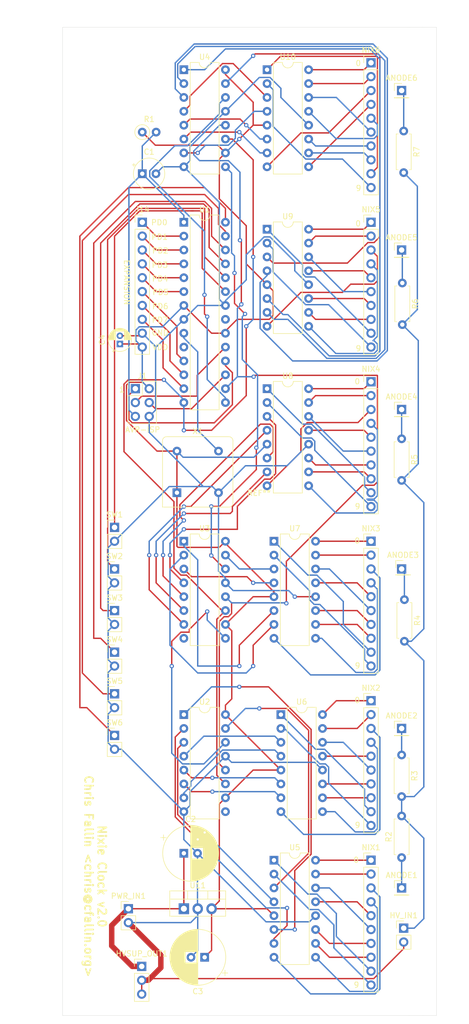
<source format=kicad_pcb>
(kicad_pcb (version 20171130) (host pcbnew 5.1.10)
  (layers (0 F.Cu signal) (31 B.Cu signal) (34 B.Paste user) (35 F.Paste user) (36 B.SilkS user) (37 F.SilkS user) (38 B.Mask user) (39 F.Mask user) (44 Edge.Cuts user))
  (net 0 "")
  (net 1 "Net-(U1-Pad14)")
  (net 2 "Net-(U1-Pad10)")
  (net 3 "Net-(U1-Pad9)")
  (net 4 GND)
  (net 5 "Net-(U1-Pad21)")
  (net 6 VCC)
  (net 7 "Net-(J1-Pad3)")
  (net 8 "Net-(J1-Pad1)")
  (net 9 "Net-(J1-Pad4)")
  (net 10 "Net-(U1-Pad16)")
  (net 11 "Net-(U1-Pad15)")
  (net 12 "Net-(C1-Pad1)")
  (net 13 "Net-(C2-Pad1)")
  (net 14 "Net-(J14-Pad8)")
  (net 15 "Net-(J14-Pad7)")
  (net 16 "Net-(J14-Pad6)")
  (net 17 "Net-(J14-Pad5)")
  (net 18 "Net-(J14-Pad4)")
  (net 19 "Net-(J14-Pad3)")
  (net 20 "Net-(J14-Pad2)")
  (net 21 "Net-(J14-Pad1)")
  (net 22 "Net-(NIX1-Pad10)")
  (net 23 "Net-(NIX1-Pad9)")
  (net 24 "Net-(NIX1-Pad8)")
  (net 25 "Net-(NIX1-Pad7)")
  (net 26 "Net-(NIX1-Pad6)")
  (net 27 "Net-(NIX1-Pad5)")
  (net 28 "Net-(NIX1-Pad4)")
  (net 29 "Net-(NIX1-Pad3)")
  (net 30 "Net-(NIX1-Pad2)")
  (net 31 "Net-(NIX1-Pad1)")
  (net 32 "Net-(NIX2-Pad10)")
  (net 33 "Net-(NIX2-Pad9)")
  (net 34 "Net-(NIX2-Pad8)")
  (net 35 "Net-(NIX2-Pad7)")
  (net 36 "Net-(NIX2-Pad6)")
  (net 37 "Net-(NIX2-Pad5)")
  (net 38 "Net-(NIX2-Pad4)")
  (net 39 "Net-(NIX2-Pad3)")
  (net 40 "Net-(NIX2-Pad2)")
  (net 41 "Net-(NIX2-Pad1)")
  (net 42 "Net-(NIX3-Pad10)")
  (net 43 "Net-(NIX3-Pad9)")
  (net 44 "Net-(NIX3-Pad8)")
  (net 45 "Net-(NIX3-Pad7)")
  (net 46 "Net-(NIX3-Pad6)")
  (net 47 "Net-(NIX3-Pad5)")
  (net 48 "Net-(NIX3-Pad4)")
  (net 49 "Net-(NIX3-Pad3)")
  (net 50 "Net-(NIX3-Pad2)")
  (net 51 "Net-(NIX3-Pad1)")
  (net 52 "Net-(NIX4-Pad10)")
  (net 53 "Net-(NIX4-Pad9)")
  (net 54 "Net-(NIX4-Pad8)")
  (net 55 "Net-(NIX4-Pad7)")
  (net 56 "Net-(NIX4-Pad6)")
  (net 57 "Net-(NIX4-Pad5)")
  (net 58 "Net-(NIX4-Pad4)")
  (net 59 "Net-(NIX4-Pad3)")
  (net 60 "Net-(NIX4-Pad2)")
  (net 61 "Net-(NIX4-Pad1)")
  (net 62 "Net-(NIX5-Pad10)")
  (net 63 "Net-(NIX5-Pad9)")
  (net 64 "Net-(NIX5-Pad8)")
  (net 65 "Net-(NIX5-Pad7)")
  (net 66 "Net-(NIX5-Pad6)")
  (net 67 "Net-(NIX5-Pad5)")
  (net 68 "Net-(NIX5-Pad4)")
  (net 69 "Net-(NIX5-Pad3)")
  (net 70 "Net-(NIX5-Pad2)")
  (net 71 "Net-(NIX5-Pad1)")
  (net 72 "Net-(NIX6-Pad10)")
  (net 73 "Net-(NIX6-Pad9)")
  (net 74 "Net-(NIX6-Pad8)")
  (net 75 "Net-(NIX6-Pad7)")
  (net 76 "Net-(NIX6-Pad6)")
  (net 77 "Net-(NIX6-Pad5)")
  (net 78 "Net-(NIX6-Pad4)")
  (net 79 "Net-(NIX6-Pad3)")
  (net 80 "Net-(NIX6-Pad2)")
  (net 81 "Net-(NIX6-Pad1)")
  (net 82 "Net-(SW1-Pad1)")
  (net 83 "Net-(SW2-Pad1)")
  (net 84 "Net-(SW3-Pad1)")
  (net 85 "Net-(SW4-Pad1)")
  (net 86 "Net-(SW5-Pad1)")
  (net 87 "Net-(SW6-Pad1)")
  (net 88 "Net-(U2-Pad15)")
  (net 89 "Net-(U2-Pad7)")
  (net 90 "Net-(U2-Pad14)")
  (net 91 "Net-(U2-Pad6)")
  (net 92 "Net-(U2-Pad5)")
  (net 93 "Net-(U2-Pad4)")
  (net 94 "Net-(U2-Pad3)")
  (net 95 "Net-(U2-Pad2)")
  (net 96 "Net-(U2-Pad9)")
  (net 97 "Net-(U2-Pad1)")
  (net 98 "Net-(U3-Pad8)")
  (net 99 "Net-(U3-Pad15)")
  (net 100 "Net-(U3-Pad7)")
  (net 101 "Net-(U3-Pad14)")
  (net 102 "Net-(U3-Pad6)")
  (net 103 "Net-(U3-Pad5)")
  (net 104 "Net-(U3-Pad4)")
  (net 105 "Net-(U3-Pad3)")
  (net 106 "Net-(U3-Pad2)")
  (net 107 "Net-(U3-Pad1)")
  (net 108 "Net-(U4-Pad15)")
  (net 109 "Net-(U10-Pad4)")
  (net 110 "Net-(U10-Pad7)")
  (net 111 "Net-(U10-Pad6)")
  (net 112 "Net-(U10-Pad3)")
  (net 113 "Net-(U4-Pad3)")
  (net 114 "Net-(U4-Pad2)")
  (net 115 "Net-(U4-Pad1)")
  (net 116 "Net-(ANODE1-Pad1)")
  (net 117 "Net-(ANODE2-Pad1)")
  (net 118 "Net-(ANODE3-Pad1)")
  (net 119 "Net-(ANODE4-Pad1)")
  (net 120 "Net-(ANODE5-Pad1)")
  (net 121 "Net-(ANODE6-Pad1)")
  (net 122 "Net-(HV_IN1-Pad1)")
  (module MountingHole:MountingHole_3.2mm_M3 (layer F.Cu) (at 108.5 101)
    (fp_text reference REF** (at 0 -4.2) (layer F.SilkS))
    (fp_text value MountingHole_3.2mm_M3)
    (pad 1 np_thru_hole circle (at 0 0) (size 3.2 3.2) (drill 3.2) (layers *.Cu *.Mask))
  )
  (module Resistor_THT:R_Axial_DIN0207_L6.3mm_D2.5mm_P7.62mm_Horizontal (layer F.Cu) (at 135 30.5 270)
    (fp_text reference R7 (at 3.81 -2.37 90) (layer F.SilkS))
    (fp_text value 10k)
    (pad 2 thru_hole oval (at 7.62 0 270) (size 1.6 1.6) (drill 0.8) (layers *.Cu *.Mask) (net 122 "Net-(HV_IN1-Pad1)"))
    (pad 1 thru_hole circle (at 0 0 270) (size 1.6 1.6) (drill 0.8) (layers *.Cu *.Mask) (net 121 "Net-(ANODE6-Pad1)"))
  )
  (module Resistor_THT:R_Axial_DIN0207_L6.3mm_D2.5mm_P7.62mm_Horizontal (layer F.Cu) (at 134.746 58.334 270)
    (fp_text reference R6 (at 3.81 -2.37 90) (layer F.SilkS))
    (fp_text value 10k)
    (pad 2 thru_hole oval (at 7.62 0 270) (size 1.6 1.6) (drill 0.8) (layers *.Cu *.Mask) (net 122 "Net-(HV_IN1-Pad1)"))
    (pad 1 thru_hole circle (at 0 0 270) (size 1.6 1.6) (drill 0.8) (layers *.Cu *.Mask) (net 120 "Net-(ANODE5-Pad1)"))
  )
  (module Resistor_THT:R_Axial_DIN0207_L6.3mm_D2.5mm_P7.62mm_Horizontal (layer F.Cu) (at 134.62 86.868 270)
    (fp_text reference R5 (at 3.81 -2.37 90) (layer F.SilkS))
    (fp_text value 10k)
    (pad 2 thru_hole oval (at 7.62 0 270) (size 1.6 1.6) (drill 0.8) (layers *.Cu *.Mask) (net 122 "Net-(HV_IN1-Pad1)"))
    (pad 1 thru_hole circle (at 0 0 270) (size 1.6 1.6) (drill 0.8) (layers *.Cu *.Mask) (net 119 "Net-(ANODE4-Pad1)"))
  )
  (module Resistor_THT:R_Axial_DIN0207_L6.3mm_D2.5mm_P7.62mm_Horizontal (layer F.Cu) (at 135.128 116.332 270)
    (fp_text reference R4 (at 3.81 -2.37 90) (layer F.SilkS))
    (fp_text value 10k)
    (pad 2 thru_hole oval (at 7.62 0 270) (size 1.6 1.6) (drill 0.8) (layers *.Cu *.Mask) (net 122 "Net-(HV_IN1-Pad1)"))
    (pad 1 thru_hole circle (at 0 0 270) (size 1.6 1.6) (drill 0.8) (layers *.Cu *.Mask) (net 118 "Net-(ANODE3-Pad1)"))
  )
  (module Resistor_THT:R_Axial_DIN0207_L6.3mm_D2.5mm_P7.62mm_Horizontal (layer F.Cu) (at 134.62 144.78 270)
    (fp_text reference R3 (at 3.81 -2.37 90) (layer F.SilkS))
    (fp_text value 10k)
    (pad 2 thru_hole oval (at 7.62 0 270) (size 1.6 1.6) (drill 0.8) (layers *.Cu *.Mask) (net 122 "Net-(HV_IN1-Pad1)"))
    (pad 1 thru_hole circle (at 0 0 270) (size 1.6 1.6) (drill 0.8) (layers *.Cu *.Mask) (net 117 "Net-(ANODE2-Pad1)"))
  )
  (module Resistor_THT:R_Axial_DIN0207_L6.3mm_D2.5mm_P7.62mm_Horizontal (layer F.Cu) (at 134.62 163.576 90)
    (fp_text reference R2 (at 3.81 -2.37 90) (layer F.SilkS))
    (fp_text value 10k)
    (pad 2 thru_hole oval (at 7.62 0 90) (size 1.6 1.6) (drill 0.8) (layers *.Cu *.Mask) (net 122 "Net-(HV_IN1-Pad1)"))
    (pad 1 thru_hole circle (at 0 0 90) (size 1.6 1.6) (drill 0.8) (layers *.Cu *.Mask) (net 116 "Net-(ANODE1-Pad1)"))
  )
  (module Connector_PinHeader_2.54mm:PinHeader_1x03_P2.54mm_Vertical (layer F.Cu) (at 87 183.5)
    (fp_text reference HVSUP_OUT1 (at 0 -2.33) (layer F.SilkS))
    (fp_text value Conn_01x03_Female)
    (pad 3 thru_hole oval (at 0 5.08) (size 1.7 1.7) (drill 1) (layers *.Cu *.Mask) (net 4 GND))
    (pad 2 thru_hole oval (at 0 2.54) (size 1.7 1.7) (drill 1) (layers *.Cu *.Mask) (net 4 GND))
    (pad 1 thru_hole rect (at 0 0) (size 1.7 1.7) (drill 1) (layers *.Cu *.Mask) (net 13 "Net-(C2-Pad1)"))
  )
  (module Connector_PinHeader_2.54mm:PinHeader_1x02_P2.54mm_Vertical (layer F.Cu) (at 135 176.5)
    (fp_text reference HV_IN1 (at 0 -2.33) (layer F.SilkS))
    (fp_text value Conn_01x02_Female)
    (pad 2 thru_hole oval (at 0 2.54) (size 1.7 1.7) (drill 1) (layers *.Cu *.Mask) (net 4 GND))
    (pad 1 thru_hole rect (at 0 0) (size 1.7 1.7) (drill 1) (layers *.Cu *.Mask) (net 122 "Net-(HV_IN1-Pad1)"))
  )
  (module Connector_PinHeader_2.54mm:PinHeader_1x01_P2.54mm_Vertical (layer F.Cu) (at 134.62 23.114)
    (fp_text reference ANODE6 (at 0 -2.33) (layer F.SilkS))
    (fp_text value Conn_01x01_Female)
    (pad 1 thru_hole rect (at 0 -0.034) (size 1.7 1.7) (drill 1) (layers *.Cu *.Mask) (net 121 "Net-(ANODE6-Pad1)"))
  )
  (module Connector_PinHeader_2.54mm:PinHeader_1x01_P2.54mm_Vertical (layer F.Cu) (at 134.62 52.334)
    (fp_text reference ANODE5 (at 0 -2.33) (layer F.SilkS))
    (fp_text value Conn_01x01_Female)
    (pad 1 thru_hole rect (at 0 -0.044) (size 1.7 1.7) (drill 1) (layers *.Cu *.Mask) (net 120 "Net-(ANODE5-Pad1)"))
  )
  (module Connector_PinHeader_2.54mm:PinHeader_1x01_P2.54mm_Vertical (layer F.Cu) (at 134.62 81.5)
    (fp_text reference ANODE4 (at 0 -2.33) (layer F.SilkS))
    (fp_text value Conn_01x01_Female)
    (pad 1 thru_hole rect (at 0 0) (size 1.7 1.7) (drill 1) (layers *.Cu *.Mask) (net 119 "Net-(ANODE4-Pad1)"))
  )
  (module Connector_PinHeader_2.54mm:PinHeader_1x01_P2.54mm_Vertical (layer F.Cu) (at 134.874 110.49)
    (fp_text reference ANODE3 (at 0 -2.33) (layer F.SilkS))
    (fp_text value Conn_01x01_Female)
    (pad 1 thru_hole rect (at -0.254 0.22) (size 1.7 1.7) (drill 1) (layers *.Cu *.Mask) (net 118 "Net-(ANODE3-Pad1)"))
  )
  (module Connector_PinHeader_2.54mm:PinHeader_1x01_P2.54mm_Vertical (layer F.Cu) (at 134.62 139.92)
    (fp_text reference ANODE2 (at 0 -2.33) (layer F.SilkS))
    (fp_text value Conn_01x01_Female)
    (pad 1 thru_hole rect (at 0 0) (size 1.7 1.7) (drill 1) (layers *.Cu *.Mask) (net 117 "Net-(ANODE2-Pad1)"))
  )
  (module Connector_PinHeader_2.54mm:PinHeader_1x01_P2.54mm_Vertical (layer F.Cu) (at 134.62 169.13)
    (fp_text reference ANODE1 (at 0 -2.33) (layer F.SilkS))
    (fp_text value Conn_01x01_Female)
    (pad 1 thru_hole rect (at 0 0) (size 1.7 1.7) (drill 1) (layers *.Cu *.Mask) (net 116 "Net-(ANODE1-Pad1)"))
  )
  (module Capacitor_THT:CP_Radial_D4.0mm_P1.50mm (layer F.Cu) (at 83 69.5 90)
    (fp_text reference C4 (at 0.75 -3.25 90) (layer F.SilkS))
    (fp_text value 1uF)
    (pad 2 thru_hole circle (at 1.5 0 90) (size 1.2 1.2) (drill 0.6) (layers *.Cu *.Mask) (net 4 GND))
    (pad 1 thru_hole rect (at 0 0 90) (size 1.2 1.2) (drill 0.6) (layers *.Cu *.Mask) (net 6 VCC))
  )
  (module MountingHole:MountingHole_3.2mm_M3 (layer F.Cu) (at 137.5 189)
    (fp_text reference REF** hide)
    (fp_text value MountingHole_3.2mm_M3)
    (pad 1 np_thru_hole circle (at 0 0) (size 3.2 3.2) (drill 3.2) (layers *.Cu *.Mask))
  )
  (module MountingHole:MountingHole_3.2mm_M3 (layer F.Cu) (at 137.5 15)
    (fp_text reference REF** hide)
    (fp_text value MountingHole_3.2mm_M3)
    (pad 1 np_thru_hole circle (at 0 0) (size 3.2 3.2) (drill 3.2) (layers *.Cu *.Mask))
  )
  (module MountingHole:MountingHole_3.2mm_M3 (layer F.Cu) (at 76 15)
    (fp_text reference REF** hide)
    (fp_text value MountingHole_3.2mm_M3)
    (pad 1 np_thru_hole circle (at 0 0) (size 3.2 3.2) (drill 3.2) (layers *.Cu *.Mask))
  )
  (module MountingHole:MountingHole_3.2mm_M3 (layer F.Cu) (at 76 189)
    (fp_text reference REF** hide)
    (fp_text value MountingHole_3.2mm_M3)
    (pad 1 np_thru_hole circle (at 0 0) (size 3.2 3.2) (drill 3.2) (layers *.Cu *.Mask))
  )
  (module Connector_PinHeader_2.54mm:PinHeader_1x02_P2.54mm_Vertical (layer F.Cu) (at 82.02 118.33)
    (fp_text reference SW3 (at 0 -2.33) (layer F.SilkS))
    (fp_text value Conn_01x02_Male)
    (pad 2 thru_hole oval (at 0 2.54) (size 1.7 1.7) (drill 1) (layers *.Cu *.Mask) (net 4 GND))
    (pad 1 thru_hole rect (at 0 0) (size 1.7 1.7) (drill 1) (layers *.Cu *.Mask) (net 84 "Net-(SW3-Pad1)"))
  )
  (module Package_TO_SOT_THT:TO-220-3_Vertical (layer F.Cu) (at 94.72 172.94)
    (fp_text reference U11 (at 2.54 -4.27) (layer F.SilkS))
    (fp_text value L7805)
    (pad 3 thru_hole oval (at 5.08 0) (size 1.905 2) (drill 1.1) (layers *.Cu *.Mask) (net 6 VCC))
    (pad 2 thru_hole oval (at 2.54 0) (size 1.905 2) (drill 1.1) (layers *.Cu *.Mask) (net 4 GND))
    (pad 1 thru_hole rect (at 0 0) (size 1.905 2) (drill 1.1) (layers *.Cu *.Mask) (net 13 "Net-(C2-Pad1)"))
  )
  (module Package_DIP:DIP-16_W7.62mm (layer F.Cu) (at 109.96 19.27)
    (fp_text reference U10 (at 3.81 -2.33) (layer F.SilkS))
    (fp_text value 74141)
    (pad 16 thru_hole oval (at 7.62 0) (size 1.6 1.6) (drill 0.8) (layers *.Cu *.Mask) (net 81 "Net-(NIX6-Pad1)"))
    (pad 8 thru_hole oval (at 0 17.78) (size 1.6 1.6) (drill 0.8) (layers *.Cu *.Mask) (net 79 "Net-(NIX6-Pad3)"))
    (pad 15 thru_hole oval (at 7.62 2.54) (size 1.6 1.6) (drill 0.8) (layers *.Cu *.Mask) (net 80 "Net-(NIX6-Pad2)"))
    (pad 7 thru_hole oval (at 0 15.24) (size 1.6 1.6) (drill 0.8) (layers *.Cu *.Mask) (net 110 "Net-(U10-Pad7)"))
    (pad 14 thru_hole oval (at 7.62 5.08) (size 1.6 1.6) (drill 0.8) (layers *.Cu *.Mask) (net 76 "Net-(NIX6-Pad6)"))
    (pad 6 thru_hole oval (at 0 12.7) (size 1.6 1.6) (drill 0.8) (layers *.Cu *.Mask) (net 111 "Net-(U10-Pad6)"))
    (pad 13 thru_hole oval (at 7.62 7.62) (size 1.6 1.6) (drill 0.8) (layers *.Cu *.Mask) (net 77 "Net-(NIX6-Pad5)"))
    (pad 5 thru_hole oval (at 0 10.16) (size 1.6 1.6) (drill 0.8) (layers *.Cu *.Mask) (net 6 VCC))
    (pad 12 thru_hole oval (at 7.62 10.16) (size 1.6 1.6) (drill 0.8) (layers *.Cu *.Mask) (net 4 GND))
    (pad 4 thru_hole oval (at 0 7.62) (size 1.6 1.6) (drill 0.8) (layers *.Cu *.Mask) (net 109 "Net-(U10-Pad4)"))
    (pad 11 thru_hole oval (at 7.62 12.7) (size 1.6 1.6) (drill 0.8) (layers *.Cu *.Mask) (net 75 "Net-(NIX6-Pad7)"))
    (pad 3 thru_hole oval (at 0 5.08) (size 1.6 1.6) (drill 0.8) (layers *.Cu *.Mask) (net 112 "Net-(U10-Pad3)"))
    (pad 10 thru_hole oval (at 7.62 15.24) (size 1.6 1.6) (drill 0.8) (layers *.Cu *.Mask) (net 74 "Net-(NIX6-Pad8)"))
    (pad 2 thru_hole oval (at 0 2.54) (size 1.6 1.6) (drill 0.8) (layers *.Cu *.Mask) (net 72 "Net-(NIX6-Pad10)"))
    (pad 9 thru_hole oval (at 7.62 17.78) (size 1.6 1.6) (drill 0.8) (layers *.Cu *.Mask) (net 78 "Net-(NIX6-Pad4)"))
    (pad 1 thru_hole rect (at 0 0) (size 1.6 1.6) (drill 0.8) (layers *.Cu *.Mask) (net 73 "Net-(NIX6-Pad9)"))
  )
  (module Package_DIP:DIP-16_W7.62mm (layer F.Cu) (at 109.96 48.48)
    (fp_text reference U9 (at 3.81 -2.33) (layer F.SilkS))
    (fp_text value 74141)
    (pad 16 thru_hole oval (at 7.62 0) (size 1.6 1.6) (drill 0.8) (layers *.Cu *.Mask) (net 71 "Net-(NIX5-Pad1)"))
    (pad 8 thru_hole oval (at 0 17.78) (size 1.6 1.6) (drill 0.8) (layers *.Cu *.Mask) (net 69 "Net-(NIX5-Pad3)"))
    (pad 15 thru_hole oval (at 7.62 2.54) (size 1.6 1.6) (drill 0.8) (layers *.Cu *.Mask) (net 70 "Net-(NIX5-Pad2)"))
    (pad 7 thru_hole oval (at 0 15.24) (size 1.6 1.6) (drill 0.8) (layers *.Cu *.Mask) (net 114 "Net-(U4-Pad2)"))
    (pad 14 thru_hole oval (at 7.62 5.08) (size 1.6 1.6) (drill 0.8) (layers *.Cu *.Mask) (net 66 "Net-(NIX5-Pad6)"))
    (pad 6 thru_hole oval (at 0 12.7) (size 1.6 1.6) (drill 0.8) (layers *.Cu *.Mask) (net 115 "Net-(U4-Pad1)"))
    (pad 13 thru_hole oval (at 7.62 7.62) (size 1.6 1.6) (drill 0.8) (layers *.Cu *.Mask) (net 67 "Net-(NIX5-Pad5)"))
    (pad 5 thru_hole oval (at 0 10.16) (size 1.6 1.6) (drill 0.8) (layers *.Cu *.Mask) (net 6 VCC))
    (pad 12 thru_hole oval (at 7.62 10.16) (size 1.6 1.6) (drill 0.8) (layers *.Cu *.Mask) (net 4 GND))
    (pad 4 thru_hole oval (at 0 7.62) (size 1.6 1.6) (drill 0.8) (layers *.Cu *.Mask) (net 113 "Net-(U4-Pad3)"))
    (pad 11 thru_hole oval (at 7.62 12.7) (size 1.6 1.6) (drill 0.8) (layers *.Cu *.Mask) (net 65 "Net-(NIX5-Pad7)"))
    (pad 3 thru_hole oval (at 0 5.08) (size 1.6 1.6) (drill 0.8) (layers *.Cu *.Mask) (net 108 "Net-(U4-Pad15)"))
    (pad 10 thru_hole oval (at 7.62 15.24) (size 1.6 1.6) (drill 0.8) (layers *.Cu *.Mask) (net 64 "Net-(NIX5-Pad8)"))
    (pad 2 thru_hole oval (at 0 2.54) (size 1.6 1.6) (drill 0.8) (layers *.Cu *.Mask) (net 62 "Net-(NIX5-Pad10)"))
    (pad 9 thru_hole oval (at 7.62 17.78) (size 1.6 1.6) (drill 0.8) (layers *.Cu *.Mask) (net 68 "Net-(NIX5-Pad4)"))
    (pad 1 thru_hole rect (at 0 0) (size 1.6 1.6) (drill 0.8) (layers *.Cu *.Mask) (net 63 "Net-(NIX5-Pad9)"))
  )
  (module Package_DIP:DIP-16_W7.62mm (layer F.Cu) (at 109.96 77.69)
    (fp_text reference U8 (at 3.81 -2.33) (layer F.SilkS))
    (fp_text value 74141)
    (pad 16 thru_hole oval (at 7.62 0) (size 1.6 1.6) (drill 0.8) (layers *.Cu *.Mask) (net 61 "Net-(NIX4-Pad1)"))
    (pad 8 thru_hole oval (at 0 17.78) (size 1.6 1.6) (drill 0.8) (layers *.Cu *.Mask) (net 59 "Net-(NIX4-Pad3)"))
    (pad 15 thru_hole oval (at 7.62 2.54) (size 1.6 1.6) (drill 0.8) (layers *.Cu *.Mask) (net 60 "Net-(NIX4-Pad2)"))
    (pad 7 thru_hole oval (at 0 15.24) (size 1.6 1.6) (drill 0.8) (layers *.Cu *.Mask) (net 102 "Net-(U3-Pad6)"))
    (pad 14 thru_hole oval (at 7.62 5.08) (size 1.6 1.6) (drill 0.8) (layers *.Cu *.Mask) (net 56 "Net-(NIX4-Pad6)"))
    (pad 6 thru_hole oval (at 0 12.7) (size 1.6 1.6) (drill 0.8) (layers *.Cu *.Mask) (net 103 "Net-(U3-Pad5)"))
    (pad 13 thru_hole oval (at 7.62 7.62) (size 1.6 1.6) (drill 0.8) (layers *.Cu *.Mask) (net 57 "Net-(NIX4-Pad5)"))
    (pad 5 thru_hole oval (at 0 10.16) (size 1.6 1.6) (drill 0.8) (layers *.Cu *.Mask) (net 6 VCC))
    (pad 12 thru_hole oval (at 7.62 10.16) (size 1.6 1.6) (drill 0.8) (layers *.Cu *.Mask) (net 4 GND))
    (pad 4 thru_hole oval (at 0 7.62) (size 1.6 1.6) (drill 0.8) (layers *.Cu *.Mask) (net 100 "Net-(U3-Pad7)"))
    (pad 11 thru_hole oval (at 7.62 12.7) (size 1.6 1.6) (drill 0.8) (layers *.Cu *.Mask) (net 55 "Net-(NIX4-Pad7)"))
    (pad 3 thru_hole oval (at 0 5.08) (size 1.6 1.6) (drill 0.8) (layers *.Cu *.Mask) (net 104 "Net-(U3-Pad4)"))
    (pad 10 thru_hole oval (at 7.62 15.24) (size 1.6 1.6) (drill 0.8) (layers *.Cu *.Mask) (net 54 "Net-(NIX4-Pad8)"))
    (pad 2 thru_hole oval (at 0 2.54) (size 1.6 1.6) (drill 0.8) (layers *.Cu *.Mask) (net 52 "Net-(NIX4-Pad10)"))
    (pad 9 thru_hole oval (at 7.62 17.78) (size 1.6 1.6) (drill 0.8) (layers *.Cu *.Mask) (net 58 "Net-(NIX4-Pad4)"))
    (pad 1 thru_hole rect (at 0 0) (size 1.6 1.6) (drill 0.8) (layers *.Cu *.Mask) (net 53 "Net-(NIX4-Pad9)"))
  )
  (module Package_DIP:DIP-16_W7.62mm (layer F.Cu) (at 111.23 105.63)
    (fp_text reference U7 (at 3.81 -2.33) (layer F.SilkS))
    (fp_text value 74141)
    (pad 16 thru_hole oval (at 7.62 0) (size 1.6 1.6) (drill 0.8) (layers *.Cu *.Mask) (net 51 "Net-(NIX3-Pad1)"))
    (pad 8 thru_hole oval (at 0 17.78) (size 1.6 1.6) (drill 0.8) (layers *.Cu *.Mask) (net 49 "Net-(NIX3-Pad3)"))
    (pad 15 thru_hole oval (at 7.62 2.54) (size 1.6 1.6) (drill 0.8) (layers *.Cu *.Mask) (net 50 "Net-(NIX3-Pad2)"))
    (pad 7 thru_hole oval (at 0 15.24) (size 1.6 1.6) (drill 0.8) (layers *.Cu *.Mask) (net 106 "Net-(U3-Pad2)"))
    (pad 14 thru_hole oval (at 7.62 5.08) (size 1.6 1.6) (drill 0.8) (layers *.Cu *.Mask) (net 46 "Net-(NIX3-Pad6)"))
    (pad 6 thru_hole oval (at 0 12.7) (size 1.6 1.6) (drill 0.8) (layers *.Cu *.Mask) (net 107 "Net-(U3-Pad1)"))
    (pad 13 thru_hole oval (at 7.62 7.62) (size 1.6 1.6) (drill 0.8) (layers *.Cu *.Mask) (net 47 "Net-(NIX3-Pad5)"))
    (pad 5 thru_hole oval (at 0 10.16) (size 1.6 1.6) (drill 0.8) (layers *.Cu *.Mask) (net 6 VCC))
    (pad 12 thru_hole oval (at 7.62 10.16) (size 1.6 1.6) (drill 0.8) (layers *.Cu *.Mask) (net 4 GND))
    (pad 4 thru_hole oval (at 0 7.62) (size 1.6 1.6) (drill 0.8) (layers *.Cu *.Mask) (net 105 "Net-(U3-Pad3)"))
    (pad 11 thru_hole oval (at 7.62 12.7) (size 1.6 1.6) (drill 0.8) (layers *.Cu *.Mask) (net 45 "Net-(NIX3-Pad7)"))
    (pad 3 thru_hole oval (at 0 5.08) (size 1.6 1.6) (drill 0.8) (layers *.Cu *.Mask) (net 99 "Net-(U3-Pad15)"))
    (pad 10 thru_hole oval (at 7.62 15.24) (size 1.6 1.6) (drill 0.8) (layers *.Cu *.Mask) (net 44 "Net-(NIX3-Pad8)"))
    (pad 2 thru_hole oval (at 0 2.54) (size 1.6 1.6) (drill 0.8) (layers *.Cu *.Mask) (net 42 "Net-(NIX3-Pad10)"))
    (pad 9 thru_hole oval (at 7.62 17.78) (size 1.6 1.6) (drill 0.8) (layers *.Cu *.Mask) (net 48 "Net-(NIX3-Pad4)"))
    (pad 1 thru_hole rect (at 0 0) (size 1.6 1.6) (drill 0.8) (layers *.Cu *.Mask) (net 43 "Net-(NIX3-Pad9)"))
  )
  (module Package_DIP:DIP-16_W7.62mm (layer F.Cu) (at 112.5 137.38)
    (fp_text reference U6 (at 3.81 -2.33) (layer F.SilkS))
    (fp_text value 74141)
    (pad 16 thru_hole oval (at 7.62 0) (size 1.6 1.6) (drill 0.8) (layers *.Cu *.Mask) (net 41 "Net-(NIX2-Pad1)"))
    (pad 8 thru_hole oval (at 0 17.78) (size 1.6 1.6) (drill 0.8) (layers *.Cu *.Mask) (net 39 "Net-(NIX2-Pad3)"))
    (pad 15 thru_hole oval (at 7.62 2.54) (size 1.6 1.6) (drill 0.8) (layers *.Cu *.Mask) (net 40 "Net-(NIX2-Pad2)"))
    (pad 7 thru_hole oval (at 0 15.24) (size 1.6 1.6) (drill 0.8) (layers *.Cu *.Mask) (net 91 "Net-(U2-Pad6)"))
    (pad 14 thru_hole oval (at 7.62 5.08) (size 1.6 1.6) (drill 0.8) (layers *.Cu *.Mask) (net 36 "Net-(NIX2-Pad6)"))
    (pad 6 thru_hole oval (at 0 12.7) (size 1.6 1.6) (drill 0.8) (layers *.Cu *.Mask) (net 92 "Net-(U2-Pad5)"))
    (pad 13 thru_hole oval (at 7.62 7.62) (size 1.6 1.6) (drill 0.8) (layers *.Cu *.Mask) (net 37 "Net-(NIX2-Pad5)"))
    (pad 5 thru_hole oval (at 0 10.16) (size 1.6 1.6) (drill 0.8) (layers *.Cu *.Mask) (net 6 VCC))
    (pad 12 thru_hole oval (at 7.62 10.16) (size 1.6 1.6) (drill 0.8) (layers *.Cu *.Mask) (net 4 GND))
    (pad 4 thru_hole oval (at 0 7.62) (size 1.6 1.6) (drill 0.8) (layers *.Cu *.Mask) (net 89 "Net-(U2-Pad7)"))
    (pad 11 thru_hole oval (at 7.62 12.7) (size 1.6 1.6) (drill 0.8) (layers *.Cu *.Mask) (net 35 "Net-(NIX2-Pad7)"))
    (pad 3 thru_hole oval (at 0 5.08) (size 1.6 1.6) (drill 0.8) (layers *.Cu *.Mask) (net 93 "Net-(U2-Pad4)"))
    (pad 10 thru_hole oval (at 7.62 15.24) (size 1.6 1.6) (drill 0.8) (layers *.Cu *.Mask) (net 34 "Net-(NIX2-Pad8)"))
    (pad 2 thru_hole oval (at 0 2.54) (size 1.6 1.6) (drill 0.8) (layers *.Cu *.Mask) (net 32 "Net-(NIX2-Pad10)"))
    (pad 9 thru_hole oval (at 7.62 17.78) (size 1.6 1.6) (drill 0.8) (layers *.Cu *.Mask) (net 38 "Net-(NIX2-Pad4)"))
    (pad 1 thru_hole rect (at 0 0) (size 1.6 1.6) (drill 0.8) (layers *.Cu *.Mask) (net 33 "Net-(NIX2-Pad9)"))
  )
  (module Package_DIP:DIP-16_W7.62mm (layer F.Cu) (at 111.23 164.05)
    (fp_text reference U5 (at 3.81 -2.33) (layer F.SilkS))
    (fp_text value 74141)
    (pad 16 thru_hole oval (at 7.62 0) (size 1.6 1.6) (drill 0.8) (layers *.Cu *.Mask) (net 31 "Net-(NIX1-Pad1)"))
    (pad 8 thru_hole oval (at 0 17.78) (size 1.6 1.6) (drill 0.8) (layers *.Cu *.Mask) (net 29 "Net-(NIX1-Pad3)"))
    (pad 15 thru_hole oval (at 7.62 2.54) (size 1.6 1.6) (drill 0.8) (layers *.Cu *.Mask) (net 30 "Net-(NIX1-Pad2)"))
    (pad 7 thru_hole oval (at 0 15.24) (size 1.6 1.6) (drill 0.8) (layers *.Cu *.Mask) (net 95 "Net-(U2-Pad2)"))
    (pad 14 thru_hole oval (at 7.62 5.08) (size 1.6 1.6) (drill 0.8) (layers *.Cu *.Mask) (net 26 "Net-(NIX1-Pad6)"))
    (pad 6 thru_hole oval (at 0 12.7) (size 1.6 1.6) (drill 0.8) (layers *.Cu *.Mask) (net 97 "Net-(U2-Pad1)"))
    (pad 13 thru_hole oval (at 7.62 7.62) (size 1.6 1.6) (drill 0.8) (layers *.Cu *.Mask) (net 27 "Net-(NIX1-Pad5)"))
    (pad 5 thru_hole oval (at 0 10.16) (size 1.6 1.6) (drill 0.8) (layers *.Cu *.Mask) (net 6 VCC))
    (pad 12 thru_hole oval (at 7.62 10.16) (size 1.6 1.6) (drill 0.8) (layers *.Cu *.Mask) (net 4 GND))
    (pad 4 thru_hole oval (at 0 7.62) (size 1.6 1.6) (drill 0.8) (layers *.Cu *.Mask) (net 94 "Net-(U2-Pad3)"))
    (pad 11 thru_hole oval (at 7.62 12.7) (size 1.6 1.6) (drill 0.8) (layers *.Cu *.Mask) (net 25 "Net-(NIX1-Pad7)"))
    (pad 3 thru_hole oval (at 0 5.08) (size 1.6 1.6) (drill 0.8) (layers *.Cu *.Mask) (net 88 "Net-(U2-Pad15)"))
    (pad 10 thru_hole oval (at 7.62 15.24) (size 1.6 1.6) (drill 0.8) (layers *.Cu *.Mask) (net 24 "Net-(NIX1-Pad8)"))
    (pad 2 thru_hole oval (at 0 2.54) (size 1.6 1.6) (drill 0.8) (layers *.Cu *.Mask) (net 22 "Net-(NIX1-Pad10)"))
    (pad 9 thru_hole oval (at 7.62 17.78) (size 1.6 1.6) (drill 0.8) (layers *.Cu *.Mask) (net 28 "Net-(NIX1-Pad4)"))
    (pad 1 thru_hole rect (at 0 0) (size 1.6 1.6) (drill 0.8) (layers *.Cu *.Mask) (net 23 "Net-(NIX1-Pad9)"))
  )
  (module Package_DIP:DIP-16_W7.62mm (layer F.Cu) (at 94.72 19.27)
    (fp_text reference U4 (at 3.81 -2.33) (layer F.SilkS))
    (fp_text value 74HC595)
    (pad 16 thru_hole oval (at 7.62 0) (size 1.6 1.6) (drill 0.8) (layers *.Cu *.Mask) (net 6 VCC))
    (pad 8 thru_hole oval (at 0 17.78) (size 1.6 1.6) (drill 0.8) (layers *.Cu *.Mask) (net 4 GND))
    (pad 15 thru_hole oval (at 7.62 2.54) (size 1.6 1.6) (drill 0.8) (layers *.Cu *.Mask) (net 108 "Net-(U4-Pad15)"))
    (pad 7 thru_hole oval (at 0 15.24) (size 1.6 1.6) (drill 0.8) (layers *.Cu *.Mask) (net 109 "Net-(U10-Pad4)"))
    (pad 14 thru_hole oval (at 7.62 5.08) (size 1.6 1.6) (drill 0.8) (layers *.Cu *.Mask) (net 11 "Net-(U1-Pad15)"))
    (pad 6 thru_hole oval (at 0 12.7) (size 1.6 1.6) (drill 0.8) (layers *.Cu *.Mask) (net 110 "Net-(U10-Pad7)"))
    (pad 13 thru_hole oval (at 7.62 7.62) (size 1.6 1.6) (drill 0.8) (layers *.Cu *.Mask) (net 4 GND))
    (pad 5 thru_hole oval (at 0 10.16) (size 1.6 1.6) (drill 0.8) (layers *.Cu *.Mask) (net 111 "Net-(U10-Pad6)"))
    (pad 12 thru_hole oval (at 7.62 10.16) (size 1.6 1.6) (drill 0.8) (layers *.Cu *.Mask) (net 10 "Net-(U1-Pad16)"))
    (pad 4 thru_hole oval (at 0 7.62) (size 1.6 1.6) (drill 0.8) (layers *.Cu *.Mask) (net 112 "Net-(U10-Pad3)"))
    (pad 11 thru_hole oval (at 7.62 12.7) (size 1.6 1.6) (drill 0.8) (layers *.Cu *.Mask) (net 1 "Net-(U1-Pad14)"))
    (pad 3 thru_hole oval (at 0 5.08) (size 1.6 1.6) (drill 0.8) (layers *.Cu *.Mask) (net 113 "Net-(U4-Pad3)"))
    (pad 10 thru_hole oval (at 7.62 15.24) (size 1.6 1.6) (drill 0.8) (layers *.Cu *.Mask) (net 6 VCC))
    (pad 2 thru_hole oval (at 0 2.54) (size 1.6 1.6) (drill 0.8) (layers *.Cu *.Mask) (net 114 "Net-(U4-Pad2)"))
    (pad 9 thru_hole oval (at 7.62 17.78) (size 1.6 1.6) (drill 0.8) (layers *.Cu *.Mask) (net 101 "Net-(U3-Pad14)"))
    (pad 1 thru_hole rect (at 0 0) (size 1.6 1.6) (drill 0.8) (layers *.Cu *.Mask) (net 115 "Net-(U4-Pad1)"))
  )
  (module Package_DIP:DIP-16_W7.62mm (layer F.Cu) (at 94.72 105.63)
    (fp_text reference U3 (at 3.81 -2.33) (layer F.SilkS))
    (fp_text value 74HC595)
    (pad 16 thru_hole oval (at 7.62 0) (size 1.6 1.6) (drill 0.8) (layers *.Cu *.Mask) (net 6 VCC))
    (pad 8 thru_hole oval (at 0 17.78) (size 1.6 1.6) (drill 0.8) (layers *.Cu *.Mask) (net 98 "Net-(U3-Pad8)"))
    (pad 15 thru_hole oval (at 7.62 2.54) (size 1.6 1.6) (drill 0.8) (layers *.Cu *.Mask) (net 99 "Net-(U3-Pad15)"))
    (pad 7 thru_hole oval (at 0 15.24) (size 1.6 1.6) (drill 0.8) (layers *.Cu *.Mask) (net 100 "Net-(U3-Pad7)"))
    (pad 14 thru_hole oval (at 7.62 5.08) (size 1.6 1.6) (drill 0.8) (layers *.Cu *.Mask) (net 101 "Net-(U3-Pad14)"))
    (pad 6 thru_hole oval (at 0 12.7) (size 1.6 1.6) (drill 0.8) (layers *.Cu *.Mask) (net 102 "Net-(U3-Pad6)"))
    (pad 13 thru_hole oval (at 7.62 7.62) (size 1.6 1.6) (drill 0.8) (layers *.Cu *.Mask) (net 4 GND))
    (pad 5 thru_hole oval (at 0 10.16) (size 1.6 1.6) (drill 0.8) (layers *.Cu *.Mask) (net 103 "Net-(U3-Pad5)"))
    (pad 12 thru_hole oval (at 7.62 10.16) (size 1.6 1.6) (drill 0.8) (layers *.Cu *.Mask) (net 10 "Net-(U1-Pad16)"))
    (pad 4 thru_hole oval (at 0 7.62) (size 1.6 1.6) (drill 0.8) (layers *.Cu *.Mask) (net 104 "Net-(U3-Pad4)"))
    (pad 11 thru_hole oval (at 7.62 12.7) (size 1.6 1.6) (drill 0.8) (layers *.Cu *.Mask) (net 1 "Net-(U1-Pad14)"))
    (pad 3 thru_hole oval (at 0 5.08) (size 1.6 1.6) (drill 0.8) (layers *.Cu *.Mask) (net 105 "Net-(U3-Pad3)"))
    (pad 10 thru_hole oval (at 7.62 15.24) (size 1.6 1.6) (drill 0.8) (layers *.Cu *.Mask) (net 6 VCC))
    (pad 2 thru_hole oval (at 0 2.54) (size 1.6 1.6) (drill 0.8) (layers *.Cu *.Mask) (net 106 "Net-(U3-Pad2)"))
    (pad 9 thru_hole oval (at 7.62 17.78) (size 1.6 1.6) (drill 0.8) (layers *.Cu *.Mask) (net 90 "Net-(U2-Pad14)"))
    (pad 1 thru_hole rect (at 0 0) (size 1.6 1.6) (drill 0.8) (layers *.Cu *.Mask) (net 107 "Net-(U3-Pad1)"))
  )
  (module Package_DIP:DIP-16_W7.62mm (layer F.Cu) (at 94.72 137.38)
    (fp_text reference U2 (at 3.81 -2.33) (layer F.SilkS))
    (fp_text value 74HC595)
    (pad 16 thru_hole oval (at 7.62 0) (size 1.6 1.6) (drill 0.8) (layers *.Cu *.Mask) (net 6 VCC))
    (pad 8 thru_hole oval (at 0 17.78) (size 1.6 1.6) (drill 0.8) (layers *.Cu *.Mask) (net 4 GND))
    (pad 15 thru_hole oval (at 7.62 2.54) (size 1.6 1.6) (drill 0.8) (layers *.Cu *.Mask) (net 88 "Net-(U2-Pad15)"))
    (pad 7 thru_hole oval (at 0 15.24) (size 1.6 1.6) (drill 0.8) (layers *.Cu *.Mask) (net 89 "Net-(U2-Pad7)"))
    (pad 14 thru_hole oval (at 7.62 5.08) (size 1.6 1.6) (drill 0.8) (layers *.Cu *.Mask) (net 90 "Net-(U2-Pad14)"))
    (pad 6 thru_hole oval (at 0 12.7) (size 1.6 1.6) (drill 0.8) (layers *.Cu *.Mask) (net 91 "Net-(U2-Pad6)"))
    (pad 13 thru_hole oval (at 7.62 7.62) (size 1.6 1.6) (drill 0.8) (layers *.Cu *.Mask) (net 4 GND))
    (pad 5 thru_hole oval (at 0 10.16) (size 1.6 1.6) (drill 0.8) (layers *.Cu *.Mask) (net 92 "Net-(U2-Pad5)"))
    (pad 12 thru_hole oval (at 7.62 10.16) (size 1.6 1.6) (drill 0.8) (layers *.Cu *.Mask) (net 10 "Net-(U1-Pad16)"))
    (pad 4 thru_hole oval (at 0 7.62) (size 1.6 1.6) (drill 0.8) (layers *.Cu *.Mask) (net 93 "Net-(U2-Pad4)"))
    (pad 11 thru_hole oval (at 7.62 12.7) (size 1.6 1.6) (drill 0.8) (layers *.Cu *.Mask) (net 1 "Net-(U1-Pad14)"))
    (pad 3 thru_hole oval (at 0 5.08) (size 1.6 1.6) (drill 0.8) (layers *.Cu *.Mask) (net 94 "Net-(U2-Pad3)"))
    (pad 10 thru_hole oval (at 7.62 15.24) (size 1.6 1.6) (drill 0.8) (layers *.Cu *.Mask) (net 6 VCC))
    (pad 2 thru_hole oval (at 0 2.54) (size 1.6 1.6) (drill 0.8) (layers *.Cu *.Mask) (net 95 "Net-(U2-Pad2)"))
    (pad 9 thru_hole oval (at 7.62 17.78) (size 1.6 1.6) (drill 0.8) (layers *.Cu *.Mask) (net 96 "Net-(U2-Pad9)"))
    (pad 1 thru_hole rect (at 0 0) (size 1.6 1.6) (drill 0.8) (layers *.Cu *.Mask) (net 97 "Net-(U2-Pad1)"))
  )
  (module Connector_PinHeader_2.54mm:PinHeader_1x02_P2.54mm_Vertical (layer F.Cu) (at 82.02 141.19)
    (fp_text reference SW6 (at 0 -2.33) (layer F.SilkS))
    (fp_text value Conn_01x02_Male)
    (pad 2 thru_hole oval (at 0 2.54) (size 1.7 1.7) (drill 1) (layers *.Cu *.Mask) (net 4 GND))
    (pad 1 thru_hole rect (at 0 0) (size 1.7 1.7) (drill 1) (layers *.Cu *.Mask) (net 87 "Net-(SW6-Pad1)"))
  )
  (module Connector_PinHeader_2.54mm:PinHeader_1x02_P2.54mm_Vertical (layer F.Cu) (at 82.02 133.57)
    (fp_text reference SW5 (at 0 -2.33) (layer F.SilkS))
    (fp_text value Conn_01x02_Male)
    (pad 2 thru_hole oval (at 0 2.54) (size 1.7 1.7) (drill 1) (layers *.Cu *.Mask) (net 4 GND))
    (pad 1 thru_hole rect (at 0 0) (size 1.7 1.7) (drill 1) (layers *.Cu *.Mask) (net 86 "Net-(SW5-Pad1)"))
  )
  (module Connector_PinHeader_2.54mm:PinHeader_1x02_P2.54mm_Vertical (layer F.Cu) (at 82.02 125.95)
    (fp_text reference SW4 (at 0 -2.33) (layer F.SilkS))
    (fp_text value Conn_01x02_Male)
    (pad 2 thru_hole oval (at 0 2.54) (size 1.7 1.7) (drill 1) (layers *.Cu *.Mask) (net 4 GND))
    (pad 1 thru_hole rect (at 0 0) (size 1.7 1.7) (drill 1) (layers *.Cu *.Mask) (net 85 "Net-(SW4-Pad1)"))
  )
  (module Connector_PinHeader_2.54mm:PinHeader_1x02_P2.54mm_Vertical (layer F.Cu) (at 82.02 110.71)
    (fp_text reference SW2 (at 0 -2.33) (layer F.SilkS))
    (fp_text value Conn_01x02_Male)
    (pad 2 thru_hole oval (at 0 2.54) (size 1.7 1.7) (drill 1) (layers *.Cu *.Mask) (net 4 GND))
    (pad 1 thru_hole rect (at 0 0) (size 1.7 1.7) (drill 1) (layers *.Cu *.Mask) (net 83 "Net-(SW2-Pad1)"))
  )
  (module Connector_PinHeader_2.54mm:PinHeader_1x02_P2.54mm_Vertical (layer F.Cu) (at 82.02 103.09)
    (fp_text reference SW1 (at 0 -2.33) (layer F.SilkS))
    (fp_text value Conn_01x02_Male)
    (pad 2 thru_hole oval (at 0 2.54) (size 1.7 1.7) (drill 1) (layers *.Cu *.Mask) (net 4 GND))
    (pad 1 thru_hole rect (at 0 0) (size 1.7 1.7) (drill 1) (layers *.Cu *.Mask) (net 82 "Net-(SW1-Pad1)"))
  )
  (module Resistor_THT:R_Axial_DIN0207_L6.3mm_D2.5mm_P2.54mm_Vertical (layer F.Cu) (at 87.1 30.7)
    (fp_text reference R1 (at 1.27 -2.37) (layer F.SilkS))
    (fp_text value 10k)
    (pad 2 thru_hole oval (at 2.54 0) (size 1.6 1.6) (drill 0.8) (layers *.Cu *.Mask) (net 12 "Net-(C1-Pad1)"))
    (pad 1 thru_hole circle (at 0 0) (size 1.6 1.6) (drill 0.8) (layers *.Cu *.Mask) (net 6 VCC))
  )
  (module Connector_PinHeader_2.54mm:PinHeader_1x02_P2.54mm_Vertical (layer F.Cu) (at 84.56 172.94)
    (fp_text reference PWR_IN1 (at 0 -2.33) (layer F.SilkS))
    (fp_text value Conn_01x02_Male)
    (pad 2 thru_hole oval (at 0 2.54) (size 1.7 1.7) (drill 1) (layers *.Cu *.Mask) (net 4 GND))
    (pad 1 thru_hole rect (at 0 0) (size 1.7 1.7) (drill 1) (layers *.Cu *.Mask) (net 13 "Net-(C2-Pad1)"))
  )
  (module Connector_PinHeader_2.54mm:PinHeader_1x10_P2.54mm_Vertical (layer F.Cu) (at 129.01 18)
    (fp_text reference NIX6 (at 0 -2.33) (layer F.SilkS))
    (fp_text value Conn_01x10_Female)
    (pad 10 thru_hole oval (at 0 22.86) (size 1.7 1.7) (drill 1) (layers *.Cu *.Mask) (net 72 "Net-(NIX6-Pad10)"))
    (pad 9 thru_hole oval (at 0 20.32) (size 1.7 1.7) (drill 1) (layers *.Cu *.Mask) (net 73 "Net-(NIX6-Pad9)"))
    (pad 8 thru_hole oval (at 0 17.78) (size 1.7 1.7) (drill 1) (layers *.Cu *.Mask) (net 74 "Net-(NIX6-Pad8)"))
    (pad 7 thru_hole oval (at 0 15.24) (size 1.7 1.7) (drill 1) (layers *.Cu *.Mask) (net 75 "Net-(NIX6-Pad7)"))
    (pad 6 thru_hole oval (at 0 12.7) (size 1.7 1.7) (drill 1) (layers *.Cu *.Mask) (net 76 "Net-(NIX6-Pad6)"))
    (pad 5 thru_hole oval (at 0 10.16) (size 1.7 1.7) (drill 1) (layers *.Cu *.Mask) (net 77 "Net-(NIX6-Pad5)"))
    (pad 4 thru_hole oval (at 0 7.62) (size 1.7 1.7) (drill 1) (layers *.Cu *.Mask) (net 78 "Net-(NIX6-Pad4)"))
    (pad 3 thru_hole oval (at 0 5.08) (size 1.7 1.7) (drill 1) (layers *.Cu *.Mask) (net 79 "Net-(NIX6-Pad3)"))
    (pad 2 thru_hole oval (at 0 2.54) (size 1.7 1.7) (drill 1) (layers *.Cu *.Mask) (net 80 "Net-(NIX6-Pad2)"))
    (pad 1 thru_hole rect (at 0 0) (size 1.7 1.7) (drill 1) (layers *.Cu *.Mask) (net 81 "Net-(NIX6-Pad1)"))
  )
  (module Connector_PinHeader_2.54mm:PinHeader_1x10_P2.54mm_Vertical (layer F.Cu) (at 129.01 47.21)
    (fp_text reference NIX5 (at 0 -2.33) (layer F.SilkS))
    (fp_text value Conn_01x10_Female)
    (pad 10 thru_hole oval (at 0 22.86) (size 1.7 1.7) (drill 1) (layers *.Cu *.Mask) (net 62 "Net-(NIX5-Pad10)"))
    (pad 9 thru_hole oval (at 0 20.32) (size 1.7 1.7) (drill 1) (layers *.Cu *.Mask) (net 63 "Net-(NIX5-Pad9)"))
    (pad 8 thru_hole oval (at 0 17.78) (size 1.7 1.7) (drill 1) (layers *.Cu *.Mask) (net 64 "Net-(NIX5-Pad8)"))
    (pad 7 thru_hole oval (at 0 15.24) (size 1.7 1.7) (drill 1) (layers *.Cu *.Mask) (net 65 "Net-(NIX5-Pad7)"))
    (pad 6 thru_hole oval (at 0 12.7) (size 1.7 1.7) (drill 1) (layers *.Cu *.Mask) (net 66 "Net-(NIX5-Pad6)"))
    (pad 5 thru_hole oval (at 0 10.16) (size 1.7 1.7) (drill 1) (layers *.Cu *.Mask) (net 67 "Net-(NIX5-Pad5)"))
    (pad 4 thru_hole oval (at 0 7.62) (size 1.7 1.7) (drill 1) (layers *.Cu *.Mask) (net 68 "Net-(NIX5-Pad4)"))
    (pad 3 thru_hole oval (at 0 5.08) (size 1.7 1.7) (drill 1) (layers *.Cu *.Mask) (net 69 "Net-(NIX5-Pad3)"))
    (pad 2 thru_hole oval (at 0 2.54) (size 1.7 1.7) (drill 1) (layers *.Cu *.Mask) (net 70 "Net-(NIX5-Pad2)"))
    (pad 1 thru_hole rect (at 0 0) (size 1.7 1.7) (drill 1) (layers *.Cu *.Mask) (net 71 "Net-(NIX5-Pad1)"))
  )
  (module Connector_PinHeader_2.54mm:PinHeader_1x10_P2.54mm_Vertical (layer F.Cu) (at 129.01 76.42)
    (fp_text reference NIX4 (at 0 -2.33) (layer F.SilkS))
    (fp_text value Conn_01x10_Female)
    (pad 10 thru_hole oval (at 0 22.86) (size 1.7 1.7) (drill 1) (layers *.Cu *.Mask) (net 52 "Net-(NIX4-Pad10)"))
    (pad 9 thru_hole oval (at 0 20.32) (size 1.7 1.7) (drill 1) (layers *.Cu *.Mask) (net 53 "Net-(NIX4-Pad9)"))
    (pad 8 thru_hole oval (at 0 17.78) (size 1.7 1.7) (drill 1) (layers *.Cu *.Mask) (net 54 "Net-(NIX4-Pad8)"))
    (pad 7 thru_hole oval (at 0 15.24) (size 1.7 1.7) (drill 1) (layers *.Cu *.Mask) (net 55 "Net-(NIX4-Pad7)"))
    (pad 6 thru_hole oval (at 0 12.7) (size 1.7 1.7) (drill 1) (layers *.Cu *.Mask) (net 56 "Net-(NIX4-Pad6)"))
    (pad 5 thru_hole oval (at 0 10.16) (size 1.7 1.7) (drill 1) (layers *.Cu *.Mask) (net 57 "Net-(NIX4-Pad5)"))
    (pad 4 thru_hole oval (at 0 7.62) (size 1.7 1.7) (drill 1) (layers *.Cu *.Mask) (net 58 "Net-(NIX4-Pad4)"))
    (pad 3 thru_hole oval (at 0 5.08) (size 1.7 1.7) (drill 1) (layers *.Cu *.Mask) (net 59 "Net-(NIX4-Pad3)"))
    (pad 2 thru_hole oval (at 0 2.54) (size 1.7 1.7) (drill 1) (layers *.Cu *.Mask) (net 60 "Net-(NIX4-Pad2)"))
    (pad 1 thru_hole rect (at 0 0) (size 1.7 1.7) (drill 1) (layers *.Cu *.Mask) (net 61 "Net-(NIX4-Pad1)"))
  )
  (module Connector_PinHeader_2.54mm:PinHeader_1x10_P2.54mm_Vertical (layer F.Cu) (at 129.01 105.63)
    (fp_text reference NIX3 (at 0 -2.33) (layer F.SilkS))
    (fp_text value Conn_01x10_Female)
    (pad 10 thru_hole oval (at 0 22.86) (size 1.7 1.7) (drill 1) (layers *.Cu *.Mask) (net 42 "Net-(NIX3-Pad10)"))
    (pad 9 thru_hole oval (at 0 20.32) (size 1.7 1.7) (drill 1) (layers *.Cu *.Mask) (net 43 "Net-(NIX3-Pad9)"))
    (pad 8 thru_hole oval (at 0 17.78) (size 1.7 1.7) (drill 1) (layers *.Cu *.Mask) (net 44 "Net-(NIX3-Pad8)"))
    (pad 7 thru_hole oval (at 0 15.24) (size 1.7 1.7) (drill 1) (layers *.Cu *.Mask) (net 45 "Net-(NIX3-Pad7)"))
    (pad 6 thru_hole oval (at 0 12.7) (size 1.7 1.7) (drill 1) (layers *.Cu *.Mask) (net 46 "Net-(NIX3-Pad6)"))
    (pad 5 thru_hole oval (at 0 10.16) (size 1.7 1.7) (drill 1) (layers *.Cu *.Mask) (net 47 "Net-(NIX3-Pad5)"))
    (pad 4 thru_hole oval (at 0 7.62) (size 1.7 1.7) (drill 1) (layers *.Cu *.Mask) (net 48 "Net-(NIX3-Pad4)"))
    (pad 3 thru_hole oval (at 0 5.08) (size 1.7 1.7) (drill 1) (layers *.Cu *.Mask) (net 49 "Net-(NIX3-Pad3)"))
    (pad 2 thru_hole oval (at 0 2.54) (size 1.7 1.7) (drill 1) (layers *.Cu *.Mask) (net 50 "Net-(NIX3-Pad2)"))
    (pad 1 thru_hole rect (at 0 0) (size 1.7 1.7) (drill 1) (layers *.Cu *.Mask) (net 51 "Net-(NIX3-Pad1)"))
  )
  (module Connector_PinHeader_2.54mm:PinHeader_1x10_P2.54mm_Vertical (layer F.Cu) (at 129.01 134.84)
    (fp_text reference NIX2 (at 0 -2.33) (layer F.SilkS))
    (fp_text value Conn_01x10_Female)
    (pad 10 thru_hole oval (at 0 22.86) (size 1.7 1.7) (drill 1) (layers *.Cu *.Mask) (net 32 "Net-(NIX2-Pad10)"))
    (pad 9 thru_hole oval (at 0 20.32) (size 1.7 1.7) (drill 1) (layers *.Cu *.Mask) (net 33 "Net-(NIX2-Pad9)"))
    (pad 8 thru_hole oval (at 0 17.78) (size 1.7 1.7) (drill 1) (layers *.Cu *.Mask) (net 34 "Net-(NIX2-Pad8)"))
    (pad 7 thru_hole oval (at 0 15.24) (size 1.7 1.7) (drill 1) (layers *.Cu *.Mask) (net 35 "Net-(NIX2-Pad7)"))
    (pad 6 thru_hole oval (at 0 12.7) (size 1.7 1.7) (drill 1) (layers *.Cu *.Mask) (net 36 "Net-(NIX2-Pad6)"))
    (pad 5 thru_hole oval (at 0 10.16) (size 1.7 1.7) (drill 1) (layers *.Cu *.Mask) (net 37 "Net-(NIX2-Pad5)"))
    (pad 4 thru_hole oval (at 0 7.62) (size 1.7 1.7) (drill 1) (layers *.Cu *.Mask) (net 38 "Net-(NIX2-Pad4)"))
    (pad 3 thru_hole oval (at 0 5.08) (size 1.7 1.7) (drill 1) (layers *.Cu *.Mask) (net 39 "Net-(NIX2-Pad3)"))
    (pad 2 thru_hole oval (at 0 2.54) (size 1.7 1.7) (drill 1) (layers *.Cu *.Mask) (net 40 "Net-(NIX2-Pad2)"))
    (pad 1 thru_hole rect (at 0 0) (size 1.7 1.7) (drill 1) (layers *.Cu *.Mask) (net 41 "Net-(NIX2-Pad1)"))
  )
  (module Connector_PinHeader_2.54mm:PinHeader_1x10_P2.54mm_Vertical (layer F.Cu) (at 129.01 164.05)
    (fp_text reference NIX1 (at 0 -2.33) (layer F.SilkS))
    (fp_text value Conn_01x10_Female)
    (pad 10 thru_hole oval (at 0 22.86) (size 1.7 1.7) (drill 1) (layers *.Cu *.Mask) (net 22 "Net-(NIX1-Pad10)"))
    (pad 9 thru_hole oval (at 0 20.32) (size 1.7 1.7) (drill 1) (layers *.Cu *.Mask) (net 23 "Net-(NIX1-Pad9)"))
    (pad 8 thru_hole oval (at 0 17.78) (size 1.7 1.7) (drill 1) (layers *.Cu *.Mask) (net 24 "Net-(NIX1-Pad8)"))
    (pad 7 thru_hole oval (at 0 15.24) (size 1.7 1.7) (drill 1) (layers *.Cu *.Mask) (net 25 "Net-(NIX1-Pad7)"))
    (pad 6 thru_hole oval (at 0 12.7) (size 1.7 1.7) (drill 1) (layers *.Cu *.Mask) (net 26 "Net-(NIX1-Pad6)"))
    (pad 5 thru_hole oval (at 0 10.16) (size 1.7 1.7) (drill 1) (layers *.Cu *.Mask) (net 27 "Net-(NIX1-Pad5)"))
    (pad 4 thru_hole oval (at 0 7.62) (size 1.7 1.7) (drill 1) (layers *.Cu *.Mask) (net 28 "Net-(NIX1-Pad4)"))
    (pad 3 thru_hole oval (at 0 5.08) (size 1.7 1.7) (drill 1) (layers *.Cu *.Mask) (net 29 "Net-(NIX1-Pad3)"))
    (pad 2 thru_hole oval (at 0 2.54) (size 1.7 1.7) (drill 1) (layers *.Cu *.Mask) (net 30 "Net-(NIX1-Pad2)"))
    (pad 1 thru_hole rect (at 0 0) (size 1.7 1.7) (drill 1) (layers *.Cu *.Mask) (net 31 "Net-(NIX1-Pad1)"))
  )
  (module Connector_PinHeader_2.54mm:PinHeader_1x10_P2.54mm_Vertical (layer F.Cu) (at 87.1 47.21)
    (fp_text reference J14 (at 0 -2.33) (layer F.SilkS))
    (fp_text value Conn_01x10_Female)
    (pad 10 thru_hole oval (at 0 22.86) (size 1.7 1.7) (drill 1) (layers *.Cu *.Mask) (net 6 VCC))
    (pad 9 thru_hole oval (at 0 20.32) (size 1.7 1.7) (drill 1) (layers *.Cu *.Mask) (net 4 GND))
    (pad 8 thru_hole oval (at 0 17.78) (size 1.7 1.7) (drill 1) (layers *.Cu *.Mask) (net 14 "Net-(J14-Pad8)"))
    (pad 7 thru_hole oval (at 0 15.24) (size 1.7 1.7) (drill 1) (layers *.Cu *.Mask) (net 15 "Net-(J14-Pad7)"))
    (pad 6 thru_hole oval (at 0 12.7) (size 1.7 1.7) (drill 1) (layers *.Cu *.Mask) (net 16 "Net-(J14-Pad6)"))
    (pad 5 thru_hole oval (at 0 10.16) (size 1.7 1.7) (drill 1) (layers *.Cu *.Mask) (net 17 "Net-(J14-Pad5)"))
    (pad 4 thru_hole oval (at 0 7.62) (size 1.7 1.7) (drill 1) (layers *.Cu *.Mask) (net 18 "Net-(J14-Pad4)"))
    (pad 3 thru_hole oval (at 0 5.08) (size 1.7 1.7) (drill 1) (layers *.Cu *.Mask) (net 19 "Net-(J14-Pad3)"))
    (pad 2 thru_hole oval (at 0 2.54) (size 1.7 1.7) (drill 1) (layers *.Cu *.Mask) (net 20 "Net-(J14-Pad2)"))
    (pad 1 thru_hole rect (at 0 0) (size 1.7 1.7) (drill 1) (layers *.Cu *.Mask) (net 21 "Net-(J14-Pad1)"))
  )
  (module Connector_PinHeader_2.54mm:PinHeader_2x03_P2.54mm_Vertical (layer F.Cu) (at 85.83 77.69)
    (fp_text reference J1 (at 1.27 -2.33) (layer F.SilkS))
    (fp_text value AVR-ISP-6)
    (pad 6 thru_hole oval (at 2.54 5.08) (size 1.7 1.7) (drill 1) (layers *.Cu *.Mask) (net 4 GND))
    (pad 5 thru_hole oval (at 0 5.08) (size 1.7 1.7) (drill 1) (layers *.Cu *.Mask) (net 12 "Net-(C1-Pad1)"))
    (pad 4 thru_hole oval (at 2.54 2.54) (size 1.7 1.7) (drill 1) (layers *.Cu *.Mask) (net 9 "Net-(J1-Pad4)"))
    (pad 3 thru_hole oval (at 0 2.54) (size 1.7 1.7) (drill 1) (layers *.Cu *.Mask) (net 7 "Net-(J1-Pad3)"))
    (pad 2 thru_hole oval (at 2.54 0) (size 1.7 1.7) (drill 1) (layers *.Cu *.Mask) (net 6 VCC))
    (pad 1 thru_hole rect (at 0 0) (size 1.7 1.7) (drill 1) (layers *.Cu *.Mask) (net 8 "Net-(J1-Pad1)"))
  )
  (module Capacitor_THT:CP_Radial_D10.0mm_P2.50mm (layer F.Cu) (at 98.53 181.83 180)
    (fp_text reference C3 (at 1.25 -6.25) (layer F.SilkS))
    (fp_text value CP)
    (pad 2 thru_hole circle (at 2.5 0 180) (size 1.6 1.6) (drill 0.8) (layers *.Cu *.Mask) (net 4 GND))
    (pad 1 thru_hole rect (at 0 0 180) (size 1.6 1.6) (drill 0.8) (layers *.Cu *.Mask) (net 6 VCC))
  )
  (module Capacitor_THT:CP_Radial_D10.0mm_P2.50mm (layer F.Cu) (at 94.72 162.78)
    (fp_text reference C2 (at 1.25 -6.25) (layer F.SilkS))
    (fp_text value CP)
    (pad 2 thru_hole circle (at 2.5 0) (size 1.6 1.6) (drill 0.8) (layers *.Cu *.Mask) (net 4 GND))
    (pad 1 thru_hole rect (at 0 0) (size 1.6 1.6) (drill 0.8) (layers *.Cu *.Mask) (net 13 "Net-(C2-Pad1)"))
  )
  (module Capacitor_THT:CP_Radial_Tantal_D5.5mm_P2.50mm (layer F.Cu) (at 87.1 38.32)
    (fp_text reference C1 (at 1.25 -4) (layer F.SilkS))
    (fp_text value 100nF)
    (pad 2 thru_hole circle (at 2.5 0) (size 1.6 1.6) (drill 0.8) (layers *.Cu *.Mask) (net 4 GND))
    (pad 1 thru_hole rect (at 0 0) (size 1.6 1.6) (drill 0.8) (layers *.Cu *.Mask) (net 12 "Net-(C1-Pad1)"))
  )
  (module Oscillator:Oscillator_DIP-8 (layer F.Cu) (at 93.45 96.74)
    (fp_text reference X1 (at 3.81 -11.26) (layer F.SilkS))
    (fp_text value CXO_DIP8)
    (pad 4 thru_hole circle (at 7.62 0) (size 1.6 1.6) (drill 0.8) (layers *.Cu *.Mask) (net 4 GND))
    (pad 5 thru_hole circle (at 7.62 -7.62) (size 1.6 1.6) (drill 0.8) (layers *.Cu *.Mask) (net 3 "Net-(U1-Pad9)"))
    (pad 8 thru_hole circle (at 0 -7.62) (size 1.6 1.6) (drill 0.8) (layers *.Cu *.Mask) (net 6 VCC))
    (pad 1 thru_hole rect (at 0 0) (size 1.6 1.6) (drill 0.8) (layers *.Cu *.Mask) (net 6 VCC))
  )
  (module Package_DIP:DIP-28_W7.62mm (layer F.Cu) (at 94.72 47.21)
    (fp_text reference U1 (at 3.81 -2.33) (layer F.SilkS))
    (fp_text value ATmega8-16PU)
    (pad 28 thru_hole oval (at 7.62 0) (size 1.6 1.6) (drill 0.8) (layers *.Cu *.Mask) (net 87 "Net-(SW6-Pad1)"))
    (pad 14 thru_hole oval (at 0 33.02) (size 1.6 1.6) (drill 0.8) (layers *.Cu *.Mask) (net 1 "Net-(U1-Pad14)"))
    (pad 27 thru_hole oval (at 7.62 2.54) (size 1.6 1.6) (drill 0.8) (layers *.Cu *.Mask) (net 86 "Net-(SW5-Pad1)"))
    (pad 13 thru_hole oval (at 0 30.48) (size 1.6 1.6) (drill 0.8) (layers *.Cu *.Mask) (net 14 "Net-(J14-Pad8)"))
    (pad 26 thru_hole oval (at 7.62 5.08) (size 1.6 1.6) (drill 0.8) (layers *.Cu *.Mask) (net 85 "Net-(SW4-Pad1)"))
    (pad 12 thru_hole oval (at 0 27.94) (size 1.6 1.6) (drill 0.8) (layers *.Cu *.Mask) (net 15 "Net-(J14-Pad7)"))
    (pad 25 thru_hole oval (at 7.62 7.62) (size 1.6 1.6) (drill 0.8) (layers *.Cu *.Mask) (net 84 "Net-(SW3-Pad1)"))
    (pad 11 thru_hole oval (at 0 25.4) (size 1.6 1.6) (drill 0.8) (layers *.Cu *.Mask) (net 16 "Net-(J14-Pad6)"))
    (pad 24 thru_hole oval (at 7.62 10.16) (size 1.6 1.6) (drill 0.8) (layers *.Cu *.Mask) (net 83 "Net-(SW2-Pad1)"))
    (pad 10 thru_hole oval (at 0 22.86) (size 1.6 1.6) (drill 0.8) (layers *.Cu *.Mask) (net 2 "Net-(U1-Pad10)"))
    (pad 23 thru_hole oval (at 7.62 12.7) (size 1.6 1.6) (drill 0.8) (layers *.Cu *.Mask) (net 82 "Net-(SW1-Pad1)"))
    (pad 9 thru_hole oval (at 0 20.32) (size 1.6 1.6) (drill 0.8) (layers *.Cu *.Mask) (net 3 "Net-(U1-Pad9)"))
    (pad 22 thru_hole oval (at 7.62 15.24) (size 1.6 1.6) (drill 0.8) (layers *.Cu *.Mask) (net 4 GND))
    (pad 8 thru_hole oval (at 0 17.78) (size 1.6 1.6) (drill 0.8) (layers *.Cu *.Mask) (net 4 GND))
    (pad 21 thru_hole oval (at 7.62 17.78) (size 1.6 1.6) (drill 0.8) (layers *.Cu *.Mask) (net 5 "Net-(U1-Pad21)"))
    (pad 7 thru_hole oval (at 0 15.24) (size 1.6 1.6) (drill 0.8) (layers *.Cu *.Mask) (net 6 VCC))
    (pad 20 thru_hole oval (at 7.62 20.32) (size 1.6 1.6) (drill 0.8) (layers *.Cu *.Mask) (net 6 VCC))
    (pad 6 thru_hole oval (at 0 12.7) (size 1.6 1.6) (drill 0.8) (layers *.Cu *.Mask) (net 17 "Net-(J14-Pad5)"))
    (pad 19 thru_hole oval (at 7.62 22.86) (size 1.6 1.6) (drill 0.8) (layers *.Cu *.Mask) (net 7 "Net-(J1-Pad3)"))
    (pad 5 thru_hole oval (at 0 10.16) (size 1.6 1.6) (drill 0.8) (layers *.Cu *.Mask) (net 18 "Net-(J14-Pad4)"))
    (pad 18 thru_hole oval (at 7.62 25.4) (size 1.6 1.6) (drill 0.8) (layers *.Cu *.Mask) (net 8 "Net-(J1-Pad1)"))
    (pad 4 thru_hole oval (at 0 7.62) (size 1.6 1.6) (drill 0.8) (layers *.Cu *.Mask) (net 19 "Net-(J14-Pad3)"))
    (pad 17 thru_hole oval (at 7.62 27.94) (size 1.6 1.6) (drill 0.8) (layers *.Cu *.Mask) (net 9 "Net-(J1-Pad4)"))
    (pad 3 thru_hole oval (at 0 5.08) (size 1.6 1.6) (drill 0.8) (layers *.Cu *.Mask) (net 20 "Net-(J14-Pad2)"))
    (pad 16 thru_hole oval (at 7.62 30.48) (size 1.6 1.6) (drill 0.8) (layers *.Cu *.Mask) (net 10 "Net-(U1-Pad16)"))
    (pad 2 thru_hole oval (at 0 2.54) (size 1.6 1.6) (drill 0.8) (layers *.Cu *.Mask) (net 21 "Net-(J14-Pad1)"))
    (pad 15 thru_hole oval (at 7.62 33.02) (size 1.6 1.6) (drill 0.8) (layers *.Cu *.Mask) (net 11 "Net-(U1-Pad15)"))
    (pad 1 thru_hole rect (at 0 0) (size 1.6 1.6) (drill 0.8) (layers *.Cu *.Mask) (net 12 "Net-(C1-Pad1)"))
  )
  (gr_text PD6 (at 90.3986 62.611) (layer F.SilkS) (effects (font (size 1 1))))
  (gr_text PD5 (at 90.4494 60.0202) (layer F.SilkS) (effects (font (size 1 1))))
  (gr_text PD4 (at 90.3732 57.5564) (layer F.SilkS) (effects (font (size 1 1))))
  (gr_text PD3 (at 90.3224 55.0418) (layer F.SilkS) (effects (font (size 1 1))))
  (gr_text PD2 (at 90.3986 52.4256) (layer F.SilkS) (effects (font (size 1 1))))
  (gr_text PD1 (at 90.2716 49.911) (layer F.SilkS) (effects (font (size 1 1))))
  (gr_text VDD (at 90.3986 70.104) (layer F.SilkS) (effects (font (size 1 1))))
  (gr_text GND (at 90.3732 67.4624) (layer F.SilkS) (effects (font (size 1 1))))
  (gr_text PD7 (at 90.3478 65.1002) (layer F.SilkS) (effects (font (size 1 1))))
  (gr_text PD0 (at 90.2208 47.244) (layer F.SilkS) (effects (font (size 1 1))))
  (gr_text EXPANSION (at 84.2772 58.2168 270) (layer F.SilkS) (effects (font (size 1 1))))
  (gr_text 1 (at 83.3628 77.851) (layer F.SilkS) (effects (font (size 1 1))))
  (gr_text AVR-ISP (at 87.1728 85.1916) (layer F.SilkS) (effects (font (size 1 1))))
  (gr_text 9 (at 126.3396 186.8932) (layer F.SilkS) (effects (font (size 1 1))))
  (gr_text 0 (at 126.2888 164.0078) (layer F.SilkS) (effects (font (size 1 1))))
  (gr_text 9 (at 126.5428 157.6324) (layer F.SilkS) (effects (font (size 1 1))))
  (gr_text 0 (at 126.492 134.747) (layer F.SilkS) (effects (font (size 1 1))))
  (gr_text 9 (at 126.5428 128.4224) (layer F.SilkS) (effects (font (size 1 1))))
  (gr_text 0 (at 126.492 105.537) (layer F.SilkS) (effects (font (size 1 1))))
  (gr_text 9 (at 126.5428 99.2632) (layer F.SilkS) (effects (font (size 1 1))))
  (gr_text 0 (at 126.492 76.3778) (layer F.SilkS) (effects (font (size 1 1))))
  (gr_text 9 (at 126.6952 70.3326) (layer F.SilkS) (effects (font (size 1 1))))
  (gr_text 0 (at 126.6444 47.4472) (layer F.SilkS) (effects (font (size 1 1))))
  (gr_text 9 (at 126.7206 40.9702) (layer F.SilkS) (effects (font (size 1 1))))
  (gr_text 0 (at 126.6698 18.0848) (layer F.SilkS) (effects (font (size 1 1))))
  (gr_line (start 141 192.5) (end 138.5 192.5) (layer Edge.Cuts) (width 0.05))
  (gr_line (start 141 11.5) (end 141 192.5) (layer Edge.Cuts) (width 0.05))
  (gr_line (start 138.5 11.5) (end 141 11.5) (layer Edge.Cuts) (width 0.05))
  (gr_line (start 138.5 192.5) (end 136 192.5) (layer Edge.Cuts) (width 0.05))
  (gr_line (start 136 11.5) (end 138.5 11.5) (layer Edge.Cuts) (width 0.05))
  (gr_line (start 72.5 192.5) (end 72.5 11.5) (layer Edge.Cuts) (width 0.05))
  (gr_line (start 136 192.5) (end 72.5 192.5) (layer Edge.Cuts) (width 0.05))
  (gr_line (start 72.5 11.5) (end 136 11.5) (layer Edge.Cuts) (width 0.05))
  (gr_text "Nixie Clock v2.0\nChris Fallin <chris@cfallin.org>" (at 78.5 167 270) (layer F.SilkS) (effects (font (size 1.5 1.5) (thickness 0.3))))
  (segment (start 94.72 80.23) (end 94.72 85.31) (width 0.25) (layer B.Cu) (net 1))
  (via (at 94.72 85.31) (size 0.8) (drill 0.4) (layers F.Cu B.Cu) (net 1))
  (segment (start 94.72 85.31) (end 99.8 85.31) (width 0.25) (layer F.Cu) (net 1))
  (segment (start 99.8 85.31) (end 106.15 78.96) (width 0.25) (layer F.Cu) (net 1))
  (segment (start 106.15 78.96) (end 106.15 66.26) (width 0.25) (layer F.Cu) (net 1))
  (via (at 106.15 66.26) (size 0.8) (drill 0.4) (layers F.Cu B.Cu) (net 1))
  (segment (start 106.15 66.26) (end 107.42 64.99) (width 0.25) (layer B.Cu) (net 1))
  (segment (start 107.42 64.99) (end 107.42 53.56) (width 0.25) (layer B.Cu) (net 1))
  (via (at 107.42 53.56) (size 0.8) (drill 0.4) (layers F.Cu B.Cu) (net 1))
  (segment (start 103.61 31.97) (end 102.34 31.97) (width 0.25) (layer F.Cu) (net 1))
  (segment (start 107.42 35.78) (end 103.61 31.97) (width 0.25) (layer F.Cu) (net 1))
  (segment (start 107.42 53.56) (end 107.42 35.78) (width 0.25) (layer F.Cu) (net 1))
  (segment (start 100.76499 119.90501) (end 102.34 118.33) (width 0.25) (layer F.Cu) (net 1))
  (segment (start 100.76499 148.50499) (end 100.76499 119.90501) (width 0.25) (layer F.Cu) (net 1))
  (segment (start 102.34 150.08) (end 100.76499 148.50499) (width 0.25) (layer F.Cu) (net 1))
  (segment (start 84.533599 76.064989) (end 91.064989 76.064989) (width 0.25) (layer F.Cu) (net 1))
  (segment (start 83.754981 76.843607) (end 84.533599 76.064989) (width 0.25) (layer F.Cu) (net 1))
  (segment (start 92.905001 98.380003) (end 83.75498 89.229982) (width 0.25) (layer F.Cu) (net 1))
  (segment (start 92.905001 110.560003) (end 92.905001 98.380003) (width 0.25) (layer F.Cu) (net 1))
  (segment (start 94.179999 111.835001) (end 92.905001 110.560003) (width 0.25) (layer F.Cu) (net 1))
  (segment (start 95.208591 111.835001) (end 94.179999 111.835001) (width 0.25) (layer F.Cu) (net 1))
  (segment (start 101.70359 118.33) (end 95.208591 111.835001) (width 0.25) (layer F.Cu) (net 1))
  (segment (start 83.75498 89.229982) (end 83.754981 76.843607) (width 0.25) (layer F.Cu) (net 1))
  (segment (start 102.34 118.33) (end 101.70359 118.33) (width 0.25) (layer F.Cu) (net 1))
  (via (at 91.064989 76.064989) (size 0.8) (drill 0.4) (layers F.Cu B.Cu) (net 1))
  (segment (start 94.72 79.72) (end 94.72 80.23) (width 0.25) (layer B.Cu) (net 1))
  (segment (start 91.064989 76.064989) (end 94.72 79.72) (width 0.25) (layer B.Cu) (net 1))
  (segment (start 94.72 68.404998) (end 94.72 67.53) (width 0.25) (layer B.Cu) (net 3))
  (segment (start 97.26 70.944998) (end 94.72 68.404998) (width 0.25) (layer B.Cu) (net 3))
  (segment (start 97.26 85.31) (end 97.26 70.944998) (width 0.25) (layer B.Cu) (net 3))
  (segment (start 101.07 89.12) (end 97.26 85.31) (width 0.25) (layer B.Cu) (net 3))
  (segment (start 106.005001 91.804999) (end 101.07 96.74) (width 0.25) (layer B.Cu) (net 4))
  (segment (start 113.625001 91.804999) (end 106.005001 91.804999) (width 0.25) (layer B.Cu) (net 4))
  (segment (start 117.58 87.85) (end 113.625001 91.804999) (width 0.25) (layer B.Cu) (net 4))
  (segment (start 102.34 112.375002) (end 102.34 113.25) (width 0.25) (layer B.Cu) (net 4))
  (segment (start 101.07 111.105002) (end 102.34 112.375002) (width 0.25) (layer B.Cu) (net 4))
  (segment (start 101.07 96.74) (end 101.07 111.105002) (width 0.25) (layer B.Cu) (net 4))
  (segment (start 99.944999 95.614999) (end 92.035001 95.614999) (width 0.25) (layer B.Cu) (net 4))
  (segment (start 92.035001 95.614999) (end 82.02 105.63) (width 0.25) (layer B.Cu) (net 4))
  (segment (start 80.844999 112.074999) (end 82.02 113.25) (width 0.25) (layer B.Cu) (net 4))
  (segment (start 80.844999 106.805001) (end 80.844999 112.074999) (width 0.25) (layer B.Cu) (net 4))
  (segment (start 82.02 105.63) (end 80.844999 106.805001) (width 0.25) (layer B.Cu) (net 4))
  (segment (start 80.844999 119.694999) (end 82.02 120.87) (width 0.25) (layer B.Cu) (net 4))
  (segment (start 80.844999 114.425001) (end 80.844999 119.694999) (width 0.25) (layer B.Cu) (net 4))
  (segment (start 82.02 113.25) (end 80.844999 114.425001) (width 0.25) (layer B.Cu) (net 4))
  (segment (start 80.844999 127.314999) (end 82.02 128.49) (width 0.25) (layer B.Cu) (net 4))
  (segment (start 80.844999 122.045001) (end 80.844999 127.314999) (width 0.25) (layer B.Cu) (net 4))
  (segment (start 82.02 120.87) (end 80.844999 122.045001) (width 0.25) (layer B.Cu) (net 4))
  (segment (start 80.844999 134.934999) (end 82.02 136.11) (width 0.25) (layer B.Cu) (net 4))
  (segment (start 80.844999 129.665001) (end 80.844999 134.934999) (width 0.25) (layer B.Cu) (net 4))
  (segment (start 82.02 128.49) (end 80.844999 129.665001) (width 0.25) (layer B.Cu) (net 4))
  (segment (start 80.844999 142.554999) (end 82.02 143.73) (width 0.25) (layer B.Cu) (net 4))
  (segment (start 80.844999 137.285001) (end 80.844999 142.554999) (width 0.25) (layer B.Cu) (net 4))
  (segment (start 82.02 136.11) (end 80.844999 137.285001) (width 0.25) (layer B.Cu) (net 4))
  (segment (start 83.29 143.73) (end 94.72 155.16) (width 0.25) (layer B.Cu) (net 4))
  (segment (start 82.02 143.73) (end 83.29 143.73) (width 0.25) (layer B.Cu) (net 4))
  (segment (start 94.72 160.28) (end 97.22 162.78) (width 0.25) (layer B.Cu) (net 4))
  (segment (start 94.72 155.16) (end 94.72 160.28) (width 0.25) (layer B.Cu) (net 4))
  (segment (start 95.845001 151.494999) (end 102.34 145) (width 0.25) (layer B.Cu) (net 4))
  (segment (start 95.845001 154.034999) (end 95.845001 151.494999) (width 0.25) (layer B.Cu) (net 4))
  (segment (start 94.72 155.16) (end 95.845001 154.034999) (width 0.25) (layer B.Cu) (net 4))
  (segment (start 118.705001 146.125001) (end 120.12 147.54) (width 0.25) (layer B.Cu) (net 4))
  (segment (start 103.465001 146.125001) (end 118.705001 146.125001) (width 0.25) (layer B.Cu) (net 4))
  (segment (start 102.34 145) (end 103.465001 146.125001) (width 0.25) (layer B.Cu) (net 4))
  (segment (start 117.724999 175.335001) (end 118.85 174.21) (width 0.25) (layer B.Cu) (net 4))
  (segment (start 109.775001 175.335001) (end 117.724999 175.335001) (width 0.25) (layer B.Cu) (net 4))
  (segment (start 97.22 162.78) (end 109.775001 175.335001) (width 0.25) (layer B.Cu) (net 4))
  (segment (start 97.22 172.9) (end 97.26 172.94) (width 0.25) (layer B.Cu) (net 4))
  (segment (start 97.22 162.78) (end 97.22 172.9) (width 0.25) (layer B.Cu) (net 4))
  (segment (start 95.97 175.48) (end 84.56 175.48) (width 0.25) (layer B.Cu) (net 4))
  (segment (start 97.26 174.19) (end 95.97 175.48) (width 0.25) (layer B.Cu) (net 4))
  (segment (start 97.26 172.94) (end 97.26 174.19) (width 0.25) (layer B.Cu) (net 4))
  (segment (start 97.26 180.6) (end 96.03 181.83) (width 0.25) (layer B.Cu) (net 4))
  (segment (start 97.26 172.94) (end 97.26 180.6) (width 0.25) (layer B.Cu) (net 4))
  (segment (start 88.37 85.705002) (end 88.37 82.77) (width 0.25) (layer B.Cu) (net 4))
  (segment (start 98.279997 95.614999) (end 88.37 85.705002) (width 0.25) (layer B.Cu) (net 4))
  (segment (start 99.944999 95.614999) (end 98.279997 95.614999) (width 0.25) (layer B.Cu) (net 4))
  (segment (start 101.07 96.74) (end 99.944999 95.614999) (width 0.25) (layer B.Cu) (net 4))
  (segment (start 110.500001 49.894999) (end 109.419999 49.894999) (width 0.25) (layer B.Cu) (net 4))
  (segment (start 115.04 54.434998) (end 110.500001 49.894999) (width 0.25) (layer B.Cu) (net 4))
  (segment (start 115.04 56.1) (end 115.04 54.434998) (width 0.25) (layer B.Cu) (net 4))
  (segment (start 117.58 58.64) (end 115.04 56.1) (width 0.25) (layer B.Cu) (net 4))
  (segment (start 102.34 61.575002) (end 102.34 62.45) (width 0.25) (layer B.Cu) (net 4))
  (segment (start 106.15 57.765002) (end 102.34 61.575002) (width 0.25) (layer B.Cu) (net 4))
  (segment (start 106.15 53.164998) (end 106.15 57.765002) (width 0.25) (layer B.Cu) (net 4))
  (segment (start 108.545001 20.684999) (end 102.34 26.89) (width 0.25) (layer B.Cu) (net 4))
  (segment (start 110.500001 20.684999) (end 108.545001 20.684999) (width 0.25) (layer B.Cu) (net 4))
  (segment (start 112.5 22.684998) (end 110.500001 20.684999) (width 0.25) (layer B.Cu) (net 4))
  (segment (start 112.5 24.35) (end 112.5 22.684998) (width 0.25) (layer B.Cu) (net 4))
  (segment (start 117.58 29.43) (end 112.5 24.35) (width 0.25) (layer B.Cu) (net 4))
  (segment (start 95.845001 35.924999) (end 94.72 37.05) (width 0.25) (layer B.Cu) (net 4))
  (segment (start 95.845001 33.384999) (end 95.845001 35.924999) (width 0.25) (layer B.Cu) (net 4))
  (segment (start 102.34 26.89) (end 95.845001 33.384999) (width 0.25) (layer B.Cu) (net 4))
  (segment (start 90.87 37.05) (end 89.6 38.32) (width 0.25) (layer B.Cu) (net 4))
  (segment (start 94.72 37.05) (end 90.87 37.05) (width 0.25) (layer B.Cu) (net 4))
  (segment (start 101.214999 61.324999) (end 102.34 62.45) (width 0.25) (layer B.Cu) (net 4))
  (segment (start 101.214999 43.544999) (end 101.214999 61.324999) (width 0.25) (layer B.Cu) (net 4))
  (segment (start 94.72 37.05) (end 101.214999 43.544999) (width 0.25) (layer B.Cu) (net 4))
  (segment (start 118.85 115.79) (end 115.04 115.79) (width 0.25) (layer F.Cu) (net 4))
  (via (at 115.04 115.79) (size 0.8) (drill 0.4) (layers F.Cu B.Cu) (net 4))
  (segment (start 103.754999 114.664999) (end 102.34 113.25) (width 0.25) (layer B.Cu) (net 4))
  (segment (start 113.914999 114.664999) (end 103.754999 114.664999) (width 0.25) (layer B.Cu) (net 4))
  (segment (start 115.04 115.79) (end 113.914999 114.664999) (width 0.25) (layer B.Cu) (net 4))
  (segment (start 89.545001 69.975001) (end 87.1 67.53) (width 0.25) (layer B.Cu) (net 4))
  (segment (start 89.545001 81.594999) (end 89.545001 69.975001) (width 0.25) (layer B.Cu) (net 4))
  (segment (start 88.37 82.77) (end 89.545001 81.594999) (width 0.25) (layer B.Cu) (net 4))
  (segment (start 97.26 62.45) (end 102.34 62.45) (width 0.25) (layer B.Cu) (net 4))
  (segment (start 89.734999 69.975001) (end 97.26 62.45) (width 0.25) (layer B.Cu) (net 4))
  (segment (start 89.545001 69.975001) (end 89.734999 69.975001) (width 0.25) (layer B.Cu) (net 4))
  (segment (start 109.419999 49.894999) (end 106.15 53.164998) (width 0.25) (layer B.Cu) (net 4))
  (segment (start 86.63 68) (end 87.1 67.53) (width 0.25) (layer F.Cu) (net 4))
  (segment (start 83 68) (end 86.63 68) (width 0.25) (layer F.Cu) (net 4))
  (segment (start 87 188.58) (end 87 186.04) (width 0.25) (layer F.Cu) (net 4))
  (segment (start 87.305001 185.734999) (end 87 186.04) (width 0.25) (layer F.Cu) (net 4))
  (segment (start 129.507082 185.734999) (end 87.305001 185.734999) (width 0.25) (layer F.Cu) (net 4))
  (segment (start 135 180.242081) (end 129.507082 185.734999) (width 0.25) (layer F.Cu) (net 4))
  (segment (start 135 179.04) (end 135 180.242081) (width 0.25) (layer F.Cu) (net 4))
  (segment (start 88.202081 186.04) (end 90.5 183.742081) (width 1) (layer F.Cu) (net 4))
  (segment (start 87 186.04) (end 88.202081 186.04) (width 1) (layer F.Cu) (net 4))
  (segment (start 90.5 181.42) (end 84.56 175.48) (width 1) (layer F.Cu) (net 4))
  (segment (start 90.5 183.742081) (end 90.5 181.42) (width 1) (layer F.Cu) (net 4))
  (segment (start 94.575001 90.245001) (end 93.45 89.12) (width 0.25) (layer B.Cu) (net 6))
  (segment (start 107.564999 90.245001) (end 94.575001 90.245001) (width 0.25) (layer B.Cu) (net 6))
  (segment (start 109.96 87.85) (end 107.564999 90.245001) (width 0.25) (layer B.Cu) (net 6))
  (segment (start 109.96 29.43) (end 107.42 29.43) (width 0.25) (layer F.Cu) (net 6))
  (segment (start 102.34 20.144998) (end 102.34 19.27) (width 0.25) (layer F.Cu) (net 6))
  (segment (start 107.42 25.224998) (end 102.34 20.144998) (width 0.25) (layer F.Cu) (net 6))
  (segment (start 107.42 29.43) (end 107.42 25.224998) (width 0.25) (layer F.Cu) (net 6))
  (segment (start 89.495001 33.095001) (end 87.1 30.7) (width 0.25) (layer F.Cu) (net 6))
  (segment (start 100.925001 33.095001) (end 89.495001 33.095001) (width 0.25) (layer F.Cu) (net 6))
  (segment (start 102.34 34.51) (end 100.925001 33.095001) (width 0.25) (layer F.Cu) (net 6))
  (segment (start 101.214999 42.908589) (end 106.15 47.84359) (width 0.25) (layer F.Cu) (net 6))
  (segment (start 101.214999 35.635001) (end 101.214999 42.908589) (width 0.25) (layer F.Cu) (net 6))
  (segment (start 102.34 34.51) (end 101.214999 35.635001) (width 0.25) (layer F.Cu) (net 6))
  (segment (start 106.15 54.83) (end 109.96 58.64) (width 0.25) (layer F.Cu) (net 6))
  (segment (start 106.15 47.84359) (end 106.15 54.83) (width 0.25) (layer F.Cu) (net 6))
  (segment (start 102.34 67.134998) (end 104.484998 64.99) (width 0.25) (layer F.Cu) (net 6))
  (segment (start 102.34 67.53) (end 102.34 67.134998) (width 0.25) (layer F.Cu) (net 6))
  (segment (start 111.085001 59.765001) (end 109.96 58.64) (width 0.25) (layer F.Cu) (net 6))
  (segment (start 111.085001 64.260001) (end 111.085001 59.765001) (width 0.25) (layer F.Cu) (net 6))
  (segment (start 110.355002 64.99) (end 111.085001 64.260001) (width 0.25) (layer F.Cu) (net 6))
  (segment (start 99.8 67.53) (end 94.72 62.45) (width 0.25) (layer F.Cu) (net 6))
  (segment (start 102.34 67.53) (end 99.8 67.53) (width 0.25) (layer F.Cu) (net 6))
  (segment (start 85.924999 66.965999) (end 85.924999 68.894999) (width 0.25) (layer B.Cu) (net 6))
  (segment (start 86.535999 66.354999) (end 85.924999 66.965999) (width 0.25) (layer B.Cu) (net 6))
  (segment (start 90.815001 66.354999) (end 86.535999 66.354999) (width 0.25) (layer B.Cu) (net 6))
  (segment (start 85.924999 68.894999) (end 87.1 70.07) (width 0.25) (layer B.Cu) (net 6))
  (segment (start 94.72 62.45) (end 90.815001 66.354999) (width 0.25) (layer B.Cu) (net 6))
  (segment (start 87.1 76.42) (end 88.37 77.69) (width 0.25) (layer B.Cu) (net 6))
  (segment (start 87.1 70.07) (end 87.1 76.42) (width 0.25) (layer B.Cu) (net 6))
  (segment (start 84.20499 83.520402) (end 89.804588 89.12) (width 0.25) (layer F.Cu) (net 6))
  (segment (start 84.20499 77.030008) (end 84.20499 83.520402) (width 0.25) (layer F.Cu) (net 6))
  (segment (start 84.719999 76.514999) (end 84.20499 77.030008) (width 0.25) (layer F.Cu) (net 6))
  (segment (start 89.804588 89.12) (end 93.45 89.12) (width 0.25) (layer F.Cu) (net 6))
  (segment (start 87.194999 76.514999) (end 84.719999 76.514999) (width 0.25) (layer F.Cu) (net 6))
  (segment (start 88.37 77.69) (end 87.194999 76.514999) (width 0.25) (layer F.Cu) (net 6))
  (segment (start 93.45 89.12) (end 93.45 96.74) (width 0.25) (layer F.Cu) (net 6))
  (segment (start 107.42 29.43) (end 104.88 31.97) (width 0.25) (layer F.Cu) (net 6))
  (via (at 104.88 31.97) (size 0.8) (drill 0.4) (layers F.Cu B.Cu) (net 6))
  (segment (start 104.88 31.97) (end 102.34 34.51) (width 0.25) (layer B.Cu) (net 6))
  (segment (start 111.23 114.915002) (end 111.23 115.79) (width 0.25) (layer F.Cu) (net 6))
  (segment (start 102.34 106.025002) (end 111.23 114.915002) (width 0.25) (layer F.Cu) (net 6))
  (segment (start 102.34 105.63) (end 102.34 106.025002) (width 0.25) (layer F.Cu) (net 6))
  (segment (start 107.42 115.79) (end 102.34 120.87) (width 0.25) (layer F.Cu) (net 6))
  (segment (start 111.23 115.79) (end 107.42 115.79) (width 0.25) (layer F.Cu) (net 6))
  (segment (start 102.34 137.38) (end 112.5 147.54) (width 0.25) (layer F.Cu) (net 6))
  (segment (start 107.42 147.54) (end 102.34 152.62) (width 0.25) (layer F.Cu) (net 6))
  (segment (start 112.5 147.54) (end 107.42 147.54) (width 0.25) (layer F.Cu) (net 6))
  (segment (start 101.214999 171.525001) (end 99.8 172.94) (width 0.25) (layer F.Cu) (net 6))
  (segment (start 101.214999 153.745001) (end 101.214999 171.525001) (width 0.25) (layer F.Cu) (net 6))
  (segment (start 102.34 152.62) (end 101.214999 153.745001) (width 0.25) (layer F.Cu) (net 6))
  (segment (start 99.8 180.56) (end 98.53 181.83) (width 0.25) (layer F.Cu) (net 6))
  (segment (start 99.8 172.94) (end 99.8 180.56) (width 0.25) (layer F.Cu) (net 6))
  (segment (start 101.214999 106.755001) (end 102.34 105.63) (width 0.25) (layer F.Cu) (net 6))
  (segment (start 93.659999 106.755001) (end 101.214999 106.755001) (width 0.25) (layer F.Cu) (net 6))
  (segment (start 93.45 106.545002) (end 93.659999 106.755001) (width 0.25) (layer F.Cu) (net 6))
  (segment (start 93.45 96.74) (end 93.45 106.545002) (width 0.25) (layer F.Cu) (net 6))
  (segment (start 102.34 120.87) (end 103.5 122.03) (width 0.25) (layer F.Cu) (net 6))
  (segment (start 103.5 122.03) (end 103.5 134.5) (width 0.25) (layer F.Cu) (net 6))
  (segment (start 102.34 135.66) (end 102.34 137.38) (width 0.25) (layer F.Cu) (net 6))
  (segment (start 103.5 134.5) (end 102.34 135.66) (width 0.25) (layer F.Cu) (net 6))
  (segment (start 109.96 172.94) (end 99.8 172.94) (width 0.25) (layer F.Cu) (net 6))
  (segment (start 111.23 174.21) (end 109.96 172.94) (width 0.25) (layer F.Cu) (net 6))
  (segment (start 105.953002 64.99) (end 105.01 64.99) (width 0.25) (layer F.Cu) (net 6))
  (segment (start 105.01 64.99) (end 110.355002 64.99) (width 0.25) (layer F.Cu) (net 6))
  (segment (start 104.484998 64.99) (end 105.01 64.99) (width 0.25) (layer F.Cu) (net 6))
  (segment (start 86.53 69.5) (end 87.1 70.07) (width 0.25) (layer F.Cu) (net 6))
  (segment (start 83 69.5) (end 86.53 69.5) (width 0.25) (layer F.Cu) (net 6))
  (segment (start 87.005001 79.054999) (end 97.165001 79.054999) (width 0.25) (layer F.Cu) (net 7))
  (segment (start 85.83 80.23) (end 87.005001 79.054999) (width 0.25) (layer F.Cu) (net 7))
  (segment (start 97.165001 75.244999) (end 102.34 70.07) (width 0.25) (layer F.Cu) (net 7))
  (segment (start 97.165001 79.054999) (end 97.165001 75.244999) (width 0.25) (layer F.Cu) (net 7))
  (segment (start 85.265999 83.945001) (end 100.290001 83.945001) (width 0.25) (layer F.Cu) (net 8))
  (segment (start 84.654999 83.334001) (end 85.265999 83.945001) (width 0.25) (layer F.Cu) (net 8))
  (segment (start 84.654999 78.865001) (end 84.654999 83.334001) (width 0.25) (layer F.Cu) (net 8))
  (segment (start 100.290001 83.945001) (end 103.61 80.625002) (width 0.25) (layer F.Cu) (net 8))
  (segment (start 85.83 77.69) (end 84.654999 78.865001) (width 0.25) (layer F.Cu) (net 8))
  (segment (start 102.34 73.484998) (end 102.34 72.61) (width 0.25) (layer F.Cu) (net 8))
  (segment (start 103.61 74.754998) (end 102.34 73.484998) (width 0.25) (layer F.Cu) (net 8))
  (segment (start 103.61 80.625002) (end 103.61 74.754998) (width 0.25) (layer F.Cu) (net 8))
  (segment (start 96.134999 81.355001) (end 102.34 75.15) (width 0.25) (layer F.Cu) (net 9))
  (segment (start 89.495001 81.355001) (end 96.134999 81.355001) (width 0.25) (layer F.Cu) (net 9))
  (segment (start 88.37 80.23) (end 89.495001 81.355001) (width 0.25) (layer F.Cu) (net 9))
  (segment (start 103.465001 116.915001) (end 102.34 115.79) (width 0.25) (layer F.Cu) (net 10))
  (segment (start 103.465001 118.870001) (end 103.465001 116.915001) (width 0.25) (layer F.Cu) (net 10))
  (segment (start 102.880001 119.455001) (end 103.465001 118.870001) (width 0.25) (layer F.Cu) (net 10))
  (segment (start 102.089997 119.455001) (end 102.880001 119.455001) (width 0.25) (layer F.Cu) (net 10))
  (segment (start 101.214999 120.329999) (end 102.089997 119.455001) (width 0.25) (layer F.Cu) (net 10))
  (segment (start 101.214999 146.414999) (end 101.214999 120.329999) (width 0.25) (layer F.Cu) (net 10))
  (segment (start 102.34 147.54) (end 101.214999 146.414999) (width 0.25) (layer F.Cu) (net 10))
  (segment (start 103.465001 116.915001) (end 113.415001 116.915001) (width 0.25) (layer B.Cu) (net 10))
  (segment (start 102.34 115.79) (end 103.465001 116.915001) (width 0.25) (layer B.Cu) (net 10))
  (segment (start 113.415001 116.915001) (end 113.5 117) (width 0.25) (layer B.Cu) (net 10))
  (via (at 113.5 117) (size 0.8) (drill 0.4) (layers F.Cu B.Cu) (net 10))
  (segment (start 130.120001 75.244999) (end 107.755001 75.244999) (width 0.25) (layer F.Cu) (net 10))
  (segment (start 130.185001 75.309999) (end 130.120001 75.244999) (width 0.25) (layer F.Cu) (net 10))
  (segment (start 130.185001 94.764001) (end 130.185001 75.309999) (width 0.25) (layer F.Cu) (net 10))
  (segment (start 129.574001 95.375001) (end 130.185001 94.764001) (width 0.25) (layer F.Cu) (net 10))
  (segment (start 127.439997 95.375001) (end 129.574001 95.375001) (width 0.25) (layer F.Cu) (net 10))
  (segment (start 113.5 109.314998) (end 127.439997 95.375001) (width 0.25) (layer F.Cu) (net 10))
  (segment (start 113.5 117) (end 113.5 109.314998) (width 0.25) (layer F.Cu) (net 10))
  (segment (start 107.755001 75.244999) (end 107.5 75.5) (width 0.25) (layer F.Cu) (net 10))
  (via (at 107.5 75.5) (size 0.8) (drill 0.4) (layers F.Cu B.Cu) (net 10))
  (segment (start 104.53 75.5) (end 102.34 77.69) (width 0.25) (layer B.Cu) (net 10))
  (segment (start 107.5 75.5) (end 104.53 75.5) (width 0.25) (layer B.Cu) (net 10))
  (segment (start 104.53 62.97) (end 105.25 62.25) (width 0.25) (layer B.Cu) (net 10))
  (segment (start 104.53 75.5) (end 104.53 62.97) (width 0.25) (layer B.Cu) (net 10))
  (segment (start 105.25 62.25) (end 105.5 62) (width 0.25) (layer B.Cu) (net 10))
  (via (at 105.25 62.25) (size 0.8) (drill 0.4) (layers F.Cu B.Cu) (net 10))
  (segment (start 105.25 62.25) (end 105.25 50.75) (width 0.25) (layer F.Cu) (net 10))
  (segment (start 105.25 50.75) (end 105 50.5) (width 0.25) (layer F.Cu) (net 10))
  (via (at 105 50.5) (size 0.8) (drill 0.4) (layers F.Cu B.Cu) (net 10))
  (segment (start 96.534999 34.858001) (end 96.534999 34.161999) (width 0.25) (layer B.Cu) (net 10))
  (segment (start 96.534999 34.161999) (end 101.266998 29.43) (width 0.25) (layer B.Cu) (net 10))
  (segment (start 97.601997 35.924999) (end 96.534999 34.858001) (width 0.25) (layer B.Cu) (net 10))
  (segment (start 101.266998 29.43) (end 102.34 29.43) (width 0.25) (layer B.Cu) (net 10))
  (segment (start 102.880001 35.924999) (end 97.601997 35.924999) (width 0.25) (layer B.Cu) (net 10))
  (segment (start 105 38.044998) (end 102.880001 35.924999) (width 0.25) (layer B.Cu) (net 10))
  (segment (start 105 50.5) (end 105 38.044998) (width 0.25) (layer B.Cu) (net 10))
  (segment (start 88.474999 38.860001) (end 98.5 48.885002) (width 0.25) (layer B.Cu) (net 11))
  (segment (start 93.056399 33.198599) (end 88.474999 37.779999) (width 0.25) (layer B.Cu) (net 11))
  (segment (start 95.394991 33.198599) (end 93.056399 33.198599) (width 0.25) (layer B.Cu) (net 11))
  (segment (start 88.474999 37.779999) (end 88.474999 38.860001) (width 0.25) (layer B.Cu) (net 11))
  (segment (start 101.214999 27.378591) (end 95.394991 33.198599) (width 0.25) (layer B.Cu) (net 11))
  (segment (start 101.214999 25.475001) (end 101.214999 27.378591) (width 0.25) (layer B.Cu) (net 11))
  (segment (start 102.34 24.35) (end 101.214999 25.475001) (width 0.25) (layer B.Cu) (net 11))
  (segment (start 98.5 48.885002) (end 98.5 60.5) (width 0.25) (layer B.Cu) (net 11))
  (via (at 98.5 60.5) (size 0.8) (drill 0.4) (layers F.Cu B.Cu) (net 11))
  (segment (start 98.5 60.5) (end 98.5 64) (width 0.25) (layer F.Cu) (net 11))
  (segment (start 98.5 64) (end 99 64.5) (width 0.25) (layer F.Cu) (net 11))
  (via (at 99 64.5) (size 0.8) (drill 0.4) (layers F.Cu B.Cu) (net 11))
  (segment (start 102.34 79.355002) (end 102.34 80.23) (width 0.25) (layer B.Cu) (net 11))
  (segment (start 99 76.015002) (end 102.34 79.355002) (width 0.25) (layer B.Cu) (net 11))
  (segment (start 99 64.5) (end 99 76.015002) (width 0.25) (layer B.Cu) (net 11))
  (segment (start 94.72 45.94) (end 87.1 38.32) (width 0.25) (layer B.Cu) (net 12))
  (segment (start 94.72 47.21) (end 94.72 45.94) (width 0.25) (layer B.Cu) (net 12))
  (segment (start 87.1 33.24) (end 89.64 30.7) (width 0.25) (layer B.Cu) (net 12))
  (segment (start 87.1 38.32) (end 87.1 33.24) (width 0.25) (layer B.Cu) (net 12))
  (segment (start 84.654999 81.594999) (end 85.83 82.77) (width 0.25) (layer B.Cu) (net 12))
  (segment (start 84.654999 40.765001) (end 84.654999 81.594999) (width 0.25) (layer B.Cu) (net 12))
  (segment (start 87.1 38.32) (end 84.654999 40.765001) (width 0.25) (layer B.Cu) (net 12))
  (segment (start 84.56 172.94) (end 94.72 172.94) (width 0.25) (layer F.Cu) (net 13))
  (segment (start 94.72 172.94) (end 94.72 162.78) (width 0.25) (layer F.Cu) (net 13))
  (segment (start 84.56 172.94) (end 81.5 176) (width 1) (layer F.Cu) (net 13))
  (segment (start 85.266 183.5) (end 87 183.5) (width 1) (layer F.Cu) (net 13))
  (segment (start 81.5 179.734) (end 85.266 183.5) (width 1) (layer F.Cu) (net 13))
  (segment (start 81.5 176) (end 81.5 179.734) (width 1) (layer F.Cu) (net 13))
  (segment (start 87.1 64.99) (end 90.91 68.8) (width 0.25) (layer F.Cu) (net 14))
  (segment (start 90.91 73.88) (end 94.72 77.69) (width 0.25) (layer F.Cu) (net 14))
  (segment (start 90.91 68.8) (end 90.91 73.88) (width 0.25) (layer F.Cu) (net 14))
  (segment (start 94.72 75.15) (end 93.45 73.88) (width 0.25) (layer F.Cu) (net 15))
  (segment (start 94.72 75.15) (end 92.18 72.61) (width 0.25) (layer F.Cu) (net 15))
  (segment (start 92.18 72.61) (end 92.18 67.53) (width 0.25) (layer F.Cu) (net 15))
  (segment (start 92.18 67.53) (end 87.1 62.45) (width 0.25) (layer F.Cu) (net 15))
  (segment (start 87.1 59.91) (end 93.45 66.26) (width 0.25) (layer F.Cu) (net 16))
  (segment (start 93.45 71.34) (end 94.72 72.61) (width 0.25) (layer F.Cu) (net 16))
  (segment (start 93.45 66.26) (end 93.45 71.34) (width 0.25) (layer F.Cu) (net 16))
  (segment (start 89.64 59.91) (end 87.1 57.37) (width 0.25) (layer F.Cu) (net 17))
  (segment (start 94.72 59.91) (end 89.64 59.91) (width 0.25) (layer F.Cu) (net 17))
  (segment (start 89.64 57.37) (end 94.72 57.37) (width 0.25) (layer F.Cu) (net 18))
  (segment (start 87.1 54.83) (end 89.64 57.37) (width 0.25) (layer F.Cu) (net 18))
  (segment (start 89.64 54.83) (end 87.1 52.29) (width 0.25) (layer F.Cu) (net 19))
  (segment (start 94.72 54.83) (end 89.64 54.83) (width 0.25) (layer F.Cu) (net 19))
  (segment (start 89.64 52.29) (end 94.72 52.29) (width 0.25) (layer F.Cu) (net 20))
  (segment (start 87.1 49.75) (end 89.64 52.29) (width 0.25) (layer F.Cu) (net 20))
  (segment (start 89.64 49.75) (end 87.1 47.21) (width 0.25) (layer F.Cu) (net 21))
  (segment (start 94.72 49.75) (end 89.64 49.75) (width 0.25) (layer F.Cu) (net 21))
  (segment (start 122.20999 180.10999) (end 129.01 186.91) (width 0.25) (layer B.Cu) (net 22))
  (segment (start 122.20999 175.904988) (end 122.20999 180.10999) (width 0.25) (layer B.Cu) (net 22))
  (segment (start 119.390001 173.084999) (end 122.20999 175.904988) (width 0.25) (layer B.Cu) (net 22))
  (segment (start 117.724999 173.084999) (end 119.390001 173.084999) (width 0.25) (layer B.Cu) (net 22))
  (segment (start 111.23 166.59) (end 117.724999 173.084999) (width 0.25) (layer B.Cu) (net 22))
  (segment (start 129.01 184.37) (end 122.66 178.02) (width 0.25) (layer B.Cu) (net 23))
  (segment (start 117.435001 170.255001) (end 111.23 164.05) (width 0.25) (layer B.Cu) (net 23))
  (segment (start 119.100003 170.255001) (end 117.435001 170.255001) (width 0.25) (layer B.Cu) (net 23))
  (segment (start 122.66 173.814998) (end 119.100003 170.255001) (width 0.25) (layer B.Cu) (net 23))
  (segment (start 122.66 178.02) (end 122.66 173.814998) (width 0.25) (layer B.Cu) (net 23))
  (segment (start 121.39 181.83) (end 129.01 181.83) (width 0.25) (layer F.Cu) (net 24))
  (segment (start 118.85 179.29) (end 121.39 181.83) (width 0.25) (layer F.Cu) (net 24))
  (segment (start 121.39 179.29) (end 118.85 176.75) (width 0.25) (layer F.Cu) (net 25))
  (segment (start 129.01 179.29) (end 121.39 179.29) (width 0.25) (layer F.Cu) (net 25))
  (segment (start 121.39 169.13) (end 129.01 176.75) (width 0.25) (layer B.Cu) (net 26))
  (segment (start 118.85 169.13) (end 121.39 169.13) (width 0.25) (layer B.Cu) (net 26))
  (segment (start 126.47 171.67) (end 129.01 174.21) (width 0.25) (layer F.Cu) (net 27))
  (segment (start 118.85 171.67) (end 126.47 171.67) (width 0.25) (layer F.Cu) (net 27))
  (segment (start 130.185001 172.845001) (end 129.01 171.67) (width 0.25) (layer B.Cu) (net 28))
  (segment (start 130.185001 187.474001) (end 130.185001 172.845001) (width 0.25) (layer B.Cu) (net 28))
  (segment (start 129.574001 188.085001) (end 130.185001 187.474001) (width 0.25) (layer B.Cu) (net 28))
  (segment (start 125.105001 188.085001) (end 129.574001 188.085001) (width 0.25) (layer B.Cu) (net 28))
  (segment (start 118.85 181.83) (end 125.105001 188.085001) (width 0.25) (layer B.Cu) (net 28))
  (segment (start 117.935011 188.535011) (end 111.23 181.83) (width 0.25) (layer B.Cu) (net 29))
  (segment (start 129.760401 188.535011) (end 117.935011 188.535011) (width 0.25) (layer B.Cu) (net 29))
  (segment (start 130.63501 187.660402) (end 129.760401 188.535011) (width 0.25) (layer B.Cu) (net 29))
  (segment (start 130.63501 170.75501) (end 130.63501 187.660402) (width 0.25) (layer B.Cu) (net 29))
  (segment (start 129.01 169.13) (end 130.63501 170.75501) (width 0.25) (layer B.Cu) (net 29))
  (segment (start 129.01 166.59) (end 118.85 166.59) (width 0.25) (layer F.Cu) (net 30))
  (segment (start 118.85 164.05) (end 129.01 164.05) (width 0.25) (layer F.Cu) (net 31))
  (segment (start 113.13641 139.92) (end 112.5 139.92) (width 0.25) (layer B.Cu) (net 32))
  (segment (start 120.660001 146.414999) (end 119.631409 146.414999) (width 0.25) (layer B.Cu) (net 32))
  (segment (start 121.245001 146.999999) (end 120.660001 146.414999) (width 0.25) (layer B.Cu) (net 32))
  (segment (start 119.631409 146.414999) (end 113.13641 139.92) (width 0.25) (layer B.Cu) (net 32))
  (segment (start 121.245001 149.935001) (end 121.245001 146.999999) (width 0.25) (layer B.Cu) (net 32))
  (segment (start 129.01 157.7) (end 121.245001 149.935001) (width 0.25) (layer B.Cu) (net 32))
  (segment (start 112.5 137.38) (end 118.85 143.73) (width 0.25) (layer B.Cu) (net 33))
  (segment (start 127.834999 153.984999) (end 129.01 155.16) (width 0.25) (layer B.Cu) (net 33))
  (segment (start 127.834999 151.049997) (end 127.834999 153.984999) (width 0.25) (layer B.Cu) (net 33))
  (segment (start 120.515002 143.73) (end 127.834999 151.049997) (width 0.25) (layer B.Cu) (net 33))
  (segment (start 118.85 143.73) (end 120.515002 143.73) (width 0.25) (layer B.Cu) (net 33))
  (segment (start 129.01 152.62) (end 120.12 152.62) (width 0.25) (layer F.Cu) (net 34))
  (segment (start 120.12 150.08) (end 129.01 150.08) (width 0.25) (layer F.Cu) (net 35))
  (segment (start 120.12 142.46) (end 123.93 142.46) (width 0.25) (layer B.Cu) (net 36))
  (segment (start 129.01 147.54) (end 123.93 142.46) (width 0.25) (layer B.Cu) (net 36))
  (segment (start 129.01 145) (end 120.12 145) (width 0.25) (layer F.Cu) (net 37))
  (segment (start 130.185001 143.635001) (end 129.01 142.46) (width 0.25) (layer B.Cu) (net 38))
  (segment (start 130.185001 158.264001) (end 130.185001 143.635001) (width 0.25) (layer B.Cu) (net 38))
  (segment (start 129.574001 158.875001) (end 130.185001 158.264001) (width 0.25) (layer B.Cu) (net 38))
  (segment (start 126.120003 158.875001) (end 129.574001 158.875001) (width 0.25) (layer B.Cu) (net 38))
  (segment (start 122.405002 155.16) (end 126.120003 158.875001) (width 0.25) (layer B.Cu) (net 38))
  (segment (start 120.12 155.16) (end 122.405002 155.16) (width 0.25) (layer B.Cu) (net 38))
  (segment (start 116.665011 159.325011) (end 112.5 155.16) (width 0.25) (layer B.Cu) (net 39))
  (segment (start 129.760401 159.325011) (end 116.665011 159.325011) (width 0.25) (layer B.Cu) (net 39))
  (segment (start 130.63501 158.450402) (end 129.760401 159.325011) (width 0.25) (layer B.Cu) (net 39))
  (segment (start 130.63501 141.54501) (end 130.63501 158.450402) (width 0.25) (layer B.Cu) (net 39))
  (segment (start 129.01 139.92) (end 130.63501 141.54501) (width 0.25) (layer B.Cu) (net 39))
  (segment (start 126.47 139.92) (end 129.01 137.38) (width 0.25) (layer F.Cu) (net 40))
  (segment (start 120.12 139.92) (end 126.47 139.92) (width 0.25) (layer F.Cu) (net 40))
  (segment (start 122.66 134.84) (end 120.12 137.38) (width 0.25) (layer F.Cu) (net 41))
  (segment (start 129.01 134.84) (end 122.66 134.84) (width 0.25) (layer F.Cu) (net 41))
  (segment (start 127.834999 125.411409) (end 127.834999 127.314999) (width 0.25) (layer B.Cu) (net 42))
  (segment (start 119.628589 117.204999) (end 127.834999 125.411409) (width 0.25) (layer B.Cu) (net 42))
  (segment (start 118.599997 117.204999) (end 119.628589 117.204999) (width 0.25) (layer B.Cu) (net 42))
  (segment (start 117.724999 116.330001) (end 118.599997 117.204999) (width 0.25) (layer B.Cu) (net 42))
  (segment (start 127.834999 127.314999) (end 129.01 128.49) (width 0.25) (layer B.Cu) (net 42))
  (segment (start 117.724999 114.664999) (end 117.724999 116.330001) (width 0.25) (layer B.Cu) (net 42))
  (segment (start 111.23 108.17) (end 117.724999 114.664999) (width 0.25) (layer B.Cu) (net 42))
  (segment (start 129.01 125.95) (end 123.93 120.87) (width 0.25) (layer B.Cu) (net 43))
  (segment (start 117.435001 111.835001) (end 111.23 105.63) (width 0.25) (layer B.Cu) (net 43))
  (segment (start 119.100003 111.835001) (end 117.435001 111.835001) (width 0.25) (layer B.Cu) (net 43))
  (segment (start 123.93 116.664998) (end 119.100003 111.835001) (width 0.25) (layer B.Cu) (net 43))
  (segment (start 123.93 120.87) (end 123.93 116.664998) (width 0.25) (layer B.Cu) (net 43))
  (segment (start 126.47 120.87) (end 129.01 123.41) (width 0.25) (layer F.Cu) (net 44))
  (segment (start 118.85 120.87) (end 126.47 120.87) (width 0.25) (layer F.Cu) (net 44))
  (segment (start 126.47 118.33) (end 118.85 118.33) (width 0.25) (layer F.Cu) (net 45))
  (segment (start 129.01 120.87) (end 126.47 118.33) (width 0.25) (layer F.Cu) (net 45))
  (segment (start 121.39 110.71) (end 129.01 118.33) (width 0.25) (layer B.Cu) (net 46))
  (segment (start 118.85 110.71) (end 121.39 110.71) (width 0.25) (layer B.Cu) (net 46))
  (segment (start 126.47 113.25) (end 129.01 115.79) (width 0.25) (layer F.Cu) (net 47))
  (segment (start 118.85 113.25) (end 126.47 113.25) (width 0.25) (layer F.Cu) (net 47))
  (segment (start 130.185001 114.425001) (end 129.01 113.25) (width 0.25) (layer B.Cu) (net 48))
  (segment (start 129.574001 129.665001) (end 130.185001 129.054001) (width 0.25) (layer B.Cu) (net 48))
  (segment (start 130.185001 129.054001) (end 130.185001 114.425001) (width 0.25) (layer B.Cu) (net 48))
  (segment (start 126.236371 129.665001) (end 129.574001 129.665001) (width 0.25) (layer B.Cu) (net 48))
  (segment (start 119.98137 123.41) (end 126.236371 129.665001) (width 0.25) (layer B.Cu) (net 48))
  (segment (start 118.85 123.41) (end 119.98137 123.41) (width 0.25) (layer B.Cu) (net 48))
  (segment (start 117.935011 130.115011) (end 111.23 123.41) (width 0.25) (layer B.Cu) (net 49))
  (segment (start 129.760401 130.115011) (end 117.935011 130.115011) (width 0.25) (layer B.Cu) (net 49))
  (segment (start 130.63501 129.240402) (end 129.760401 130.115011) (width 0.25) (layer B.Cu) (net 49))
  (segment (start 130.635011 112.335011) (end 130.63501 129.240402) (width 0.25) (layer B.Cu) (net 49))
  (segment (start 129.01 110.71) (end 130.635011 112.335011) (width 0.25) (layer B.Cu) (net 49))
  (segment (start 129.01 108.17) (end 118.85 108.17) (width 0.25) (layer F.Cu) (net 50))
  (segment (start 118.85 105.63) (end 129.01 105.63) (width 0.25) (layer F.Cu) (net 51))
  (segment (start 116.454999 86.724999) (end 109.96 80.23) (width 0.25) (layer B.Cu) (net 52))
  (segment (start 118.120001 86.724999) (end 116.454999 86.724999) (width 0.25) (layer B.Cu) (net 52))
  (segment (start 118.705001 87.309999) (end 118.120001 86.724999) (width 0.25) (layer B.Cu) (net 52))
  (segment (start 118.705001 88.975001) (end 118.705001 87.309999) (width 0.25) (layer B.Cu) (net 52))
  (segment (start 129.01 99.28) (end 118.705001 88.975001) (width 0.25) (layer B.Cu) (net 52))
  (segment (start 127.834999 93.899997) (end 127.834999 95.564999) (width 0.25) (layer B.Cu) (net 53))
  (segment (start 118.120001 84.184999) (end 127.834999 93.899997) (width 0.25) (layer B.Cu) (net 53))
  (segment (start 116.454999 84.184999) (end 118.120001 84.184999) (width 0.25) (layer B.Cu) (net 53))
  (segment (start 127.834999 95.564999) (end 129.01 96.74) (width 0.25) (layer B.Cu) (net 53))
  (segment (start 109.96 77.69) (end 116.454999 84.184999) (width 0.25) (layer B.Cu) (net 53))
  (segment (start 127.74 92.93) (end 129.01 94.2) (width 0.25) (layer F.Cu) (net 54))
  (segment (start 117.58 92.93) (end 127.74 92.93) (width 0.25) (layer F.Cu) (net 54))
  (segment (start 118.85 91.66) (end 117.58 90.39) (width 0.25) (layer F.Cu) (net 55))
  (segment (start 129.01 91.66) (end 118.85 91.66) (width 0.25) (layer F.Cu) (net 55))
  (segment (start 123.93 89.12) (end 117.58 82.77) (width 0.25) (layer B.Cu) (net 56))
  (segment (start 129.01 89.12) (end 123.93 89.12) (width 0.25) (layer B.Cu) (net 56))
  (segment (start 127.74 85.31) (end 129.01 86.58) (width 0.25) (layer F.Cu) (net 57))
  (segment (start 117.58 85.31) (end 127.74 85.31) (width 0.25) (layer F.Cu) (net 57))
  (segment (start 130.185001 97.304001) (end 130.185001 85.215001) (width 0.25) (layer B.Cu) (net 58))
  (segment (start 128.471409 98.104999) (end 128.281411 97.915001) (width 0.25) (layer B.Cu) (net 58))
  (segment (start 130.185001 98.715999) (end 129.574001 98.104999) (width 0.25) (layer B.Cu) (net 58))
  (segment (start 128.281411 97.915001) (end 129.574001 97.915001) (width 0.25) (layer B.Cu) (net 58))
  (segment (start 130.185001 99.844001) (end 130.185001 98.715999) (width 0.25) (layer B.Cu) (net 58))
  (segment (start 130.185001 85.215001) (end 129.01 84.04) (width 0.25) (layer B.Cu) (net 58))
  (segment (start 129.574001 97.915001) (end 130.185001 97.304001) (width 0.25) (layer B.Cu) (net 58))
  (segment (start 129.574001 100.455001) (end 130.185001 99.844001) (width 0.25) (layer B.Cu) (net 58))
  (segment (start 122.565001 100.455001) (end 129.574001 100.455001) (width 0.25) (layer B.Cu) (net 58))
  (segment (start 129.574001 98.104999) (end 128.471409 98.104999) (width 0.25) (layer B.Cu) (net 58))
  (segment (start 117.58 95.47) (end 122.565001 100.455001) (width 0.25) (layer B.Cu) (net 58))
  (segment (start 126.614999 83.895001) (end 129.01 81.5) (width 0.25) (layer F.Cu) (net 59))
  (segment (start 116.165001 85.059997) (end 117.329997 83.895001) (width 0.25) (layer F.Cu) (net 59))
  (segment (start 116.165001 89.264999) (end 116.165001 85.059997) (width 0.25) (layer F.Cu) (net 59))
  (segment (start 117.329997 83.895001) (end 126.614999 83.895001) (width 0.25) (layer F.Cu) (net 59))
  (segment (start 109.96 95.47) (end 116.165001 89.264999) (width 0.25) (layer F.Cu) (net 59))
  (segment (start 118.85 78.96) (end 117.58 80.23) (width 0.25) (layer F.Cu) (net 60))
  (segment (start 129.01 78.96) (end 118.85 78.96) (width 0.25) (layer F.Cu) (net 60))
  (segment (start 127.74 77.69) (end 129.01 76.42) (width 0.25) (layer F.Cu) (net 61))
  (segment (start 117.58 77.69) (end 127.74 77.69) (width 0.25) (layer F.Cu) (net 61))
  (segment (start 111.085001 56.350003) (end 111.085001 52.145001) (width 0.25) (layer B.Cu) (net 62))
  (segment (start 117.039999 62.305001) (end 111.085001 56.350003) (width 0.25) (layer B.Cu) (net 62))
  (segment (start 111.085001 52.145001) (end 109.96 51.02) (width 0.25) (layer B.Cu) (net 62))
  (segment (start 121.245001 62.305001) (end 117.039999 62.305001) (width 0.25) (layer B.Cu) (net 62))
  (segment (start 129.01 70.07) (end 121.245001 62.305001) (width 0.25) (layer B.Cu) (net 62))
  (segment (start 118.705001 57.225001) (end 129.01 67.53) (width 0.25) (layer B.Cu) (net 63))
  (segment (start 116.454999 56.640001) (end 117.039999 57.225001) (width 0.25) (layer B.Cu) (net 63))
  (segment (start 117.039999 57.225001) (end 118.705001 57.225001) (width 0.25) (layer B.Cu) (net 63))
  (segment (start 116.454999 54.974999) (end 116.454999 56.640001) (width 0.25) (layer B.Cu) (net 63))
  (segment (start 109.96 48.48) (end 116.454999 54.974999) (width 0.25) (layer B.Cu) (net 63))
  (segment (start 118.85 64.99) (end 117.58 63.72) (width 0.25) (layer F.Cu) (net 64))
  (segment (start 129.01 64.99) (end 118.85 64.99) (width 0.25) (layer F.Cu) (net 64))
  (segment (start 127.74 61.18) (end 129.01 62.45) (width 0.25) (layer F.Cu) (net 65))
  (segment (start 117.58 61.18) (end 127.74 61.18) (width 0.25) (layer F.Cu) (net 65))
  (segment (start 123.93 59.91) (end 117.58 53.56) (width 0.25) (layer B.Cu) (net 66))
  (segment (start 129.01 59.91) (end 123.93 59.91) (width 0.25) (layer B.Cu) (net 66))
  (segment (start 127.74 56.1) (end 129.01 57.37) (width 0.25) (layer F.Cu) (net 67))
  (segment (start 117.58 56.1) (end 127.74 56.1) (width 0.25) (layer F.Cu) (net 67))
  (segment (start 130.185001 56.005001) (end 129.01 54.83) (width 0.25) (layer B.Cu) (net 68))
  (segment (start 130.185001 68.094001) (end 130.185001 56.005001) (width 0.25) (layer B.Cu) (net 68))
  (segment (start 129.384003 68.894999) (end 130.185001 68.094001) (width 0.25) (layer B.Cu) (net 68))
  (segment (start 129.574001 68.894999) (end 129.384003 68.894999) (width 0.25) (layer B.Cu) (net 68))
  (segment (start 130.185001 69.505999) (end 129.574001 68.894999) (width 0.25) (layer B.Cu) (net 68))
  (segment (start 130.185001 70.634001) (end 130.185001 69.505999) (width 0.25) (layer B.Cu) (net 68))
  (segment (start 129.574001 71.245001) (end 130.185001 70.634001) (width 0.25) (layer B.Cu) (net 68))
  (segment (start 122.565001 71.245001) (end 129.574001 71.245001) (width 0.25) (layer B.Cu) (net 68))
  (segment (start 117.58 66.26) (end 122.565001 71.245001) (width 0.25) (layer B.Cu) (net 68))
  (segment (start 130.185001 53.465001) (end 129.01 52.29) (width 0.25) (layer F.Cu) (net 69))
  (segment (start 130.185001 57.934001) (end 130.185001 53.465001) (width 0.25) (layer F.Cu) (net 69))
  (segment (start 123.785001 60.054999) (end 125.294999 58.545001) (width 0.25) (layer F.Cu) (net 69))
  (segment (start 129.574001 58.545001) (end 130.185001 57.934001) (width 0.25) (layer F.Cu) (net 69))
  (segment (start 125.294999 58.545001) (end 129.574001 58.545001) (width 0.25) (layer F.Cu) (net 69))
  (segment (start 116.165001 60.054999) (end 123.785001 60.054999) (width 0.25) (layer F.Cu) (net 69))
  (segment (start 109.96 66.26) (end 116.165001 60.054999) (width 0.25) (layer F.Cu) (net 69))
  (segment (start 118.85 49.75) (end 117.58 51.02) (width 0.25) (layer F.Cu) (net 70))
  (segment (start 129.01 49.75) (end 118.85 49.75) (width 0.25) (layer F.Cu) (net 70))
  (segment (start 127.74 48.48) (end 129.01 47.21) (width 0.25) (layer F.Cu) (net 71))
  (segment (start 117.58 48.48) (end 127.74 48.48) (width 0.25) (layer F.Cu) (net 71))
  (segment (start 111.085001 22.935001) (end 109.96 21.81) (width 0.25) (layer B.Cu) (net 72))
  (segment (start 111.085001 29.680003) (end 111.085001 22.935001) (width 0.25) (layer B.Cu) (net 72))
  (segment (start 123.785001 35.635001) (end 117.039999 35.635001) (width 0.25) (layer B.Cu) (net 72))
  (segment (start 117.039999 35.635001) (end 111.085001 29.680003) (width 0.25) (layer B.Cu) (net 72))
  (segment (start 129.01 40.86) (end 123.785001 35.635001) (width 0.25) (layer B.Cu) (net 72))
  (segment (start 130.185001 16.889999) (end 130.185001 37.144999) (width 0.25) (layer F.Cu) (net 73))
  (segment (start 130.120001 16.824999) (end 130.185001 16.889999) (width 0.25) (layer F.Cu) (net 73))
  (segment (start 130.185001 37.144999) (end 129.01 38.32) (width 0.25) (layer F.Cu) (net 73))
  (segment (start 112.405001 16.824999) (end 130.120001 16.824999) (width 0.25) (layer F.Cu) (net 73))
  (segment (start 109.96 19.27) (end 112.405001 16.824999) (width 0.25) (layer F.Cu) (net 73))
  (segment (start 127.74 34.51) (end 129.01 35.78) (width 0.25) (layer B.Cu) (net 74))
  (segment (start 117.58 34.51) (end 127.74 34.51) (width 0.25) (layer B.Cu) (net 74))
  (segment (start 118.85 33.24) (end 117.58 31.97) (width 0.25) (layer B.Cu) (net 75))
  (segment (start 129.01 33.24) (end 118.85 33.24) (width 0.25) (layer B.Cu) (net 75))
  (segment (start 122.66 24.35) (end 129.01 30.7) (width 0.25) (layer B.Cu) (net 76))
  (segment (start 117.58 24.35) (end 122.66 24.35) (width 0.25) (layer B.Cu) (net 76))
  (segment (start 130.185001 29.335001) (end 129.01 28.16) (width 0.25) (layer B.Cu) (net 77))
  (segment (start 130.185001 31.264001) (end 130.185001 29.335001) (width 0.25) (layer B.Cu) (net 77))
  (segment (start 129.574001 31.875001) (end 130.185001 31.264001) (width 0.25) (layer B.Cu) (net 77))
  (segment (start 122.565001 31.875001) (end 129.574001 31.875001) (width 0.25) (layer B.Cu) (net 77))
  (segment (start 117.58 26.89) (end 122.565001 31.875001) (width 0.25) (layer B.Cu) (net 77))
  (segment (start 117.58 37.05) (end 129.01 25.62) (width 0.25) (layer F.Cu) (net 78))
  (segment (start 116.165001 30.844999) (end 109.96 37.05) (width 0.25) (layer F.Cu) (net 79))
  (segment (start 121.245001 30.844999) (end 116.165001 30.844999) (width 0.25) (layer F.Cu) (net 79))
  (segment (start 129.01 23.08) (end 121.245001 30.844999) (width 0.25) (layer F.Cu) (net 79))
  (segment (start 127.74 21.81) (end 129.01 20.54) (width 0.25) (layer F.Cu) (net 80))
  (segment (start 117.58 21.81) (end 127.74 21.81) (width 0.25) (layer F.Cu) (net 80))
  (segment (start 127.74 19.27) (end 129.01 18) (width 0.25) (layer F.Cu) (net 81))
  (segment (start 117.58 19.27) (end 127.74 19.27) (width 0.25) (layer F.Cu) (net 81))
  (segment (start 102.34 59.91) (end 98.07999 55.64999) (width 0.25) (layer F.Cu) (net 82))
  (segment (start 98.07999 55.64999) (end 98.07999 45.48999) (width 0.25) (layer F.Cu) (net 82))
  (segment (start 98.07999 45.48999) (end 97.71001 45.12001) (width 0.25) (layer F.Cu) (net 82))
  (segment (start 86.65281 45.12001) (end 96.44001 45.12001) (width 0.25) (layer F.Cu) (net 82))
  (segment (start 82.02 49.75282) (end 86.65281 45.12001) (width 0.25) (layer F.Cu) (net 82))
  (segment (start 82.02 103.09) (end 82.02 49.75282) (width 0.25) (layer F.Cu) (net 82))
  (segment (start 96.44001 45.12001) (end 95.99 45.12001) (width 0.25) (layer F.Cu) (net 82))
  (segment (start 97.71001 45.12001) (end 96.44001 45.12001) (width 0.25) (layer F.Cu) (net 82))
  (segment (start 80.75 109.44) (end 82.02 110.71) (width 0.25) (layer F.Cu) (net 83))
  (segment (start 80.75 50.38641) (end 80.75 109.44) (width 0.25) (layer F.Cu) (net 83))
  (segment (start 86.46641 44.67) (end 80.75 50.38641) (width 0.25) (layer F.Cu) (net 83))
  (segment (start 98.52718 44.67) (end 86.46641 44.67) (width 0.25) (layer F.Cu) (net 83))
  (segment (start 98.53 44.67282) (end 98.52718 44.67) (width 0.25) (layer F.Cu) (net 83))
  (segment (start 98.53 53.56) (end 98.53 44.67282) (width 0.25) (layer F.Cu) (net 83))
  (segment (start 102.34 57.37) (end 98.53 53.56) (width 0.25) (layer F.Cu) (net 83))
  (segment (start 99.34999 51.83999) (end 102.34 54.83) (width 0.25) (layer F.Cu) (net 84))
  (segment (start 99.34999 44.8564) (end 99.34999 51.83999) (width 0.25) (layer F.Cu) (net 84))
  (segment (start 79.48 51.02) (end 86.64999 43.85001) (width 0.25) (layer F.Cu) (net 84))
  (segment (start 98.3436 43.85001) (end 99.34999 44.8564) (width 0.25) (layer F.Cu) (net 84))
  (segment (start 79.48 117.87999) (end 79.48 51.02) (width 0.25) (layer F.Cu) (net 84))
  (segment (start 79.93001 118.33) (end 79.48 117.87999) (width 0.25) (layer F.Cu) (net 84))
  (segment (start 86.64999 43.85001) (end 98.3436 43.85001) (width 0.25) (layer F.Cu) (net 84))
  (segment (start 82.02 118.33) (end 79.93001 118.33) (width 0.25) (layer F.Cu) (net 84))
  (segment (start 78.21 51.02) (end 85.83 43.4) (width 0.25) (layer F.Cu) (net 85))
  (segment (start 102.34 52.29) (end 99.8 49.75) (width 0.25) (layer F.Cu) (net 85))
  (segment (start 99.8 49.75) (end 99.8 44.67) (width 0.25) (layer F.Cu) (net 85))
  (segment (start 99.8 44.67) (end 98.53 43.4) (width 0.25) (layer F.Cu) (net 85))
  (segment (start 98.53 43.4) (end 85.83 43.4) (width 0.25) (layer F.Cu) (net 85))
  (segment (start 78.21 51.02) (end 78.21 123.41) (width 0.25) (layer F.Cu) (net 85))
  (segment (start 79.48 123.41) (end 82.02 125.95) (width 0.25) (layer F.Cu) (net 85))
  (segment (start 78.21 123.41) (end 79.48 123.41) (width 0.25) (layer F.Cu) (net 85))
  (segment (start 79.93001 133.57) (end 82.02 133.57) (width 0.25) (layer F.Cu) (net 86))
  (segment (start 76.12001 129.76) (end 79.93001 133.57) (width 0.25) (layer F.Cu) (net 86))
  (segment (start 84.56 42.13) (end 76.12001 50.56999) (width 0.25) (layer F.Cu) (net 86))
  (segment (start 98.53 42.13) (end 84.56 42.13) (width 0.25) (layer F.Cu) (net 86))
  (segment (start 101.07 44.67) (end 98.53 42.13) (width 0.25) (layer F.Cu) (net 86))
  (segment (start 101.07 47.605002) (end 101.07 44.67) (width 0.25) (layer F.Cu) (net 86))
  (segment (start 102.34 48.875002) (end 101.07 47.605002) (width 0.25) (layer F.Cu) (net 86))
  (segment (start 76.12001 50.56999) (end 76.12001 129.76) (width 0.25) (layer F.Cu) (net 86))
  (segment (start 102.34 49.75) (end 102.34 48.875002) (width 0.25) (layer F.Cu) (net 86))
  (segment (start 76.94 136.11) (end 82.02 141.19) (width 0.25) (layer F.Cu) (net 87))
  (segment (start 75.67 49.75) (end 75.67 136.11) (width 0.25) (layer F.Cu) (net 87))
  (segment (start 84.56 40.86) (end 75.67 49.75) (width 0.25) (layer F.Cu) (net 87))
  (segment (start 102.34 44.67) (end 98.53 40.86) (width 0.25) (layer F.Cu) (net 87))
  (segment (start 98.53 40.86) (end 84.56 40.86) (width 0.25) (layer F.Cu) (net 87))
  (segment (start 102.34 47.21) (end 102.34 44.67) (width 0.25) (layer F.Cu) (net 87))
  (segment (start 75.67 136.11) (end 76.94 136.11) (width 0.25) (layer F.Cu) (net 87))
  (segment (start 111.23 169.13) (end 117.58 162.78) (width 0.25) (layer F.Cu) (net 88))
  (segment (start 117.58 140.274998) (end 113.560001 136.254999) (width 0.25) (layer F.Cu) (net 88))
  (segment (start 117.58 162.78) (end 117.58 140.274998) (width 0.25) (layer F.Cu) (net 88))
  (segment (start 113.560001 136.254999) (end 108.545001 136.254999) (width 0.25) (layer F.Cu) (net 88))
  (via (at 108.545001 136.254999) (size 0.8) (drill 0.4) (layers F.Cu B.Cu) (net 88))
  (segment (start 106.005001 136.254999) (end 102.34 139.92) (width 0.25) (layer B.Cu) (net 88))
  (segment (start 108.545001 136.254999) (end 106.005001 136.254999) (width 0.25) (layer B.Cu) (net 88))
  (segment (start 95.99 150.475002) (end 94.72 151.745002) (width 0.25) (layer B.Cu) (net 89))
  (segment (start 95.99 149.684998) (end 95.99 150.475002) (width 0.25) (layer B.Cu) (net 89))
  (segment (start 101.799999 143.874999) (end 95.99 149.684998) (width 0.25) (layer B.Cu) (net 89))
  (segment (start 94.72 151.745002) (end 94.72 152.62) (width 0.25) (layer B.Cu) (net 89))
  (segment (start 111.374999 143.874999) (end 101.799999 143.874999) (width 0.25) (layer B.Cu) (net 89))
  (segment (start 112.5 145) (end 111.374999 143.874999) (width 0.25) (layer B.Cu) (net 89))
  (segment (start 94.469997 146.414999) (end 92.5 144.445002) (width 0.25) (layer B.Cu) (net 90))
  (segment (start 98.385001 146.414999) (end 94.469997 146.414999) (width 0.25) (layer B.Cu) (net 90))
  (segment (start 102.34 142.46) (end 98.385001 146.414999) (width 0.25) (layer B.Cu) (net 90))
  (segment (start 92.5 144.445002) (end 92.5 128.5) (width 0.25) (layer B.Cu) (net 90))
  (via (at 92.5 128.5) (size 0.8) (drill 0.4) (layers F.Cu B.Cu) (net 90))
  (segment (start 94.179999 122.284999) (end 95.715001 122.284999) (width 0.25) (layer F.Cu) (net 90))
  (segment (start 92.5 123.964998) (end 94.179999 122.284999) (width 0.25) (layer F.Cu) (net 90))
  (segment (start 92.5 128.5) (end 92.5 123.964998) (width 0.25) (layer F.Cu) (net 90))
  (segment (start 95.715001 122.284999) (end 95.715001 121.784999) (width 0.25) (layer F.Cu) (net 90))
  (segment (start 95.715001 121.784999) (end 99 118.5) (width 0.25) (layer F.Cu) (net 90))
  (via (at 99 118.5) (size 0.8) (drill 0.4) (layers F.Cu B.Cu) (net 90))
  (segment (start 99 120.07) (end 102.34 123.41) (width 0.25) (layer B.Cu) (net 90))
  (segment (start 99 118.5) (end 99 120.07) (width 0.25) (layer B.Cu) (net 90))
  (segment (start 111.374999 151.494999) (end 99.944999 151.494999) (width 0.25) (layer B.Cu) (net 91))
  (segment (start 112.5 152.62) (end 111.374999 151.494999) (width 0.25) (layer B.Cu) (net 91))
  (via (at 99.944999 151.494999) (size 0.8) (drill 0.4) (layers F.Cu B.Cu) (net 91))
  (segment (start 96.134999 151.494999) (end 94.72 150.08) (width 0.25) (layer F.Cu) (net 91))
  (segment (start 99.944999 151.494999) (end 96.134999 151.494999) (width 0.25) (layer F.Cu) (net 91))
  (segment (start 111.374999 148.954999) (end 99.944999 148.954999) (width 0.25) (layer B.Cu) (net 92))
  (segment (start 112.5 150.08) (end 111.374999 148.954999) (width 0.25) (layer B.Cu) (net 92))
  (via (at 99.944999 148.954999) (size 0.8) (drill 0.4) (layers F.Cu B.Cu) (net 92))
  (segment (start 96.134999 148.954999) (end 94.72 147.54) (width 0.25) (layer F.Cu) (net 92))
  (segment (start 99.944999 148.954999) (end 96.134999 148.954999) (width 0.25) (layer F.Cu) (net 92))
  (segment (start 98.385001 141.334999) (end 94.72 145) (width 0.25) (layer B.Cu) (net 93))
  (segment (start 111.374999 141.334999) (end 98.385001 141.334999) (width 0.25) (layer B.Cu) (net 93))
  (segment (start 112.5 142.46) (end 111.374999 141.334999) (width 0.25) (layer B.Cu) (net 93))
  (segment (start 111.23 171.67) (end 98.53 158.97) (width 0.25) (layer B.Cu) (net 94))
  (via (at 98.53 158.97) (size 0.8) (drill 0.4) (layers F.Cu B.Cu) (net 94))
  (segment (start 93.594999 143.585001) (end 94.72 142.46) (width 0.25) (layer F.Cu) (net 94))
  (segment (start 96.864998 158.97) (end 93.594999 155.700001) (width 0.25) (layer F.Cu) (net 94))
  (segment (start 93.594999 155.700001) (end 93.594999 143.585001) (width 0.25) (layer F.Cu) (net 94))
  (segment (start 98.53 158.97) (end 96.864998 158.97) (width 0.25) (layer F.Cu) (net 94))
  (segment (start 93.14499 141.49501) (end 93.14499 156.12499) (width 0.25) (layer F.Cu) (net 95))
  (segment (start 94.72 139.92) (end 93.14499 141.49501) (width 0.25) (layer F.Cu) (net 95))
  (segment (start 93.14499 156.12499) (end 97.26 160.24) (width 0.25) (layer F.Cu) (net 95))
  (via (at 97.26 160.24) (size 0.8) (drill 0.4) (layers F.Cu B.Cu) (net 95))
  (segment (start 109.815001 172.795001) (end 113.625001 172.795001) (width 0.25) (layer B.Cu) (net 95))
  (segment (start 97.26 160.24) (end 109.815001 172.795001) (width 0.25) (layer B.Cu) (net 95))
  (via (at 113.625001 172.795001) (size 0.8) (drill 0.4) (layers F.Cu B.Cu) (net 95))
  (segment (start 111.23 178.415002) (end 111.23 179.29) (width 0.25) (layer F.Cu) (net 95))
  (segment (start 113.625001 176.020001) (end 111.23 178.415002) (width 0.25) (layer F.Cu) (net 95))
  (segment (start 113.625001 172.795001) (end 113.625001 176.020001) (width 0.25) (layer F.Cu) (net 95))
  (segment (start 111.23 176.75) (end 115.04 176.75) (width 0.25) (layer B.Cu) (net 97))
  (via (at 115.04 176.75) (size 0.8) (drill 0.4) (layers F.Cu B.Cu) (net 97))
  (segment (start 118.030009 140.088597) (end 110.241412 132.3) (width 0.25) (layer F.Cu) (net 97))
  (segment (start 118.03001 162.9664) (end 118.030009 140.088597) (width 0.25) (layer F.Cu) (net 97))
  (segment (start 115.04 165.95641) (end 118.03001 162.9664) (width 0.25) (layer F.Cu) (net 97))
  (segment (start 115.04 176.75) (end 115.04 165.95641) (width 0.25) (layer F.Cu) (net 97))
  (segment (start 110.241412 132.3) (end 104.88 132.3) (width 0.25) (layer F.Cu) (net 97))
  (via (at 104.88 132.3) (size 0.8) (drill 0.4) (layers F.Cu B.Cu) (net 97))
  (segment (start 99.8 132.3) (end 94.72 137.38) (width 0.25) (layer B.Cu) (net 97))
  (segment (start 104.88 132.3) (end 99.8 132.3) (width 0.25) (layer B.Cu) (net 97))
  (segment (start 104.88 110.71) (end 102.34 108.17) (width 0.25) (layer B.Cu) (net 99))
  (segment (start 111.23 110.71) (end 104.88 110.71) (width 0.25) (layer B.Cu) (net 99))
  (segment (start 94.72 120.87) (end 88.37 114.52) (width 0.25) (layer F.Cu) (net 100))
  (segment (start 88.37 114.52) (end 88.37 108.17) (width 0.25) (layer F.Cu) (net 100))
  (via (at 88.37 108.17) (size 0.8) (drill 0.4) (layers F.Cu B.Cu) (net 100))
  (segment (start 88.37 108.17) (end 88.37 105.63) (width 0.25) (layer B.Cu) (net 100))
  (segment (start 88.37 105.63) (end 94.72 99.28) (width 0.25) (layer B.Cu) (net 100))
  (via (at 94.72 99.28) (size 0.8) (drill 0.4) (layers F.Cu B.Cu) (net 100))
  (segment (start 95.99 99.28) (end 109.96 85.31) (width 0.25) (layer F.Cu) (net 100))
  (segment (start 94.72 99.28) (end 95.99 99.28) (width 0.25) (layer F.Cu) (net 100))
  (segment (start 103.465001 38.175001) (end 103.465001 52.830001) (width 0.25) (layer B.Cu) (net 101))
  (segment (start 102.34 37.05) (end 103.465001 38.175001) (width 0.25) (layer B.Cu) (net 101))
  (segment (start 103.465001 52.830001) (end 104 53.365) (width 0.25) (layer B.Cu) (net 101))
  (segment (start 104 53.365) (end 104 56.5) (width 0.25) (layer B.Cu) (net 101))
  (via (at 104 56.5) (size 0.8) (drill 0.4) (layers F.Cu B.Cu) (net 101))
  (segment (start 102.34 110.71) (end 102.21 110.71) (width 0.25) (layer F.Cu) (net 101))
  (segment (start 102.21 110.71) (end 99.75 108.25) (width 0.25) (layer F.Cu) (net 101))
  (segment (start 99.75 108.25) (end 99.5 108) (width 0.25) (layer F.Cu) (net 101))
  (via (at 99.75 108.25) (size 0.8) (drill 0.4) (layers F.Cu B.Cu) (net 101))
  (segment (start 99.75 108.25) (end 99.75 99.25) (width 0.25) (layer B.Cu) (net 101))
  (via (at 99.75 99.25) (size 0.8) (drill 0.4) (layers F.Cu B.Cu) (net 101))
  (segment (start 99.75 99.25) (end 101.25 99.25) (width 0.25) (layer F.Cu) (net 101))
  (segment (start 101.25 99.25) (end 108 92.5) (width 0.25) (layer F.Cu) (net 101))
  (segment (start 104 62.073002) (end 105.926998 64) (width 0.25) (layer F.Cu) (net 101))
  (segment (start 104 56.5) (end 104 62.073002) (width 0.25) (layer F.Cu) (net 101))
  (via (at 105.926998 64) (size 0.8) (drill 0.4) (layers F.Cu B.Cu) (net 101))
  (segment (start 108.225001 75.151999) (end 108.225001 88.274999) (width 0.25) (layer B.Cu) (net 101))
  (segment (start 105.424999 64.501999) (end 105.424999 72.351997) (width 0.25) (layer B.Cu) (net 101))
  (segment (start 105.424999 72.351997) (end 108.225001 75.151999) (width 0.25) (layer B.Cu) (net 101))
  (segment (start 105.926998 64) (end 105.424999 64.501999) (width 0.25) (layer B.Cu) (net 101))
  (segment (start 108.225001 88.274999) (end 108 88.5) (width 0.25) (layer B.Cu) (net 101))
  (via (at 108 88.5) (size 0.8) (drill 0.4) (layers F.Cu B.Cu) (net 101))
  (segment (start 108 88.5) (end 108 92.5) (width 0.25) (layer F.Cu) (net 101))
  (segment (start 94.72 118.33) (end 89.64 113.25) (width 0.25) (layer F.Cu) (net 102))
  (segment (start 89.64 113.25) (end 89.64 108.17) (width 0.25) (layer F.Cu) (net 102))
  (via (at 89.64 108.17) (size 0.8) (drill 0.4) (layers F.Cu B.Cu) (net 102))
  (segment (start 89.64 108.17) (end 89.64 105.63) (width 0.25) (layer B.Cu) (net 102))
  (segment (start 89.64 105.63) (end 94.72 100.55) (width 0.25) (layer B.Cu) (net 102))
  (via (at 94.72 100.55) (size 0.8) (drill 0.4) (layers F.Cu B.Cu) (net 102))
  (segment (start 94.72 100.55) (end 103.214998 100.55) (width 0.25) (layer F.Cu) (net 102))
  (segment (start 109.96 92.93) (end 103.61 99.28) (width 0.25) (layer F.Cu) (net 102))
  (segment (start 103.61 100.154998) (end 103.214998 100.55) (width 0.25) (layer F.Cu) (net 102))
  (segment (start 103.61 99.28) (end 103.61 100.154998) (width 0.25) (layer F.Cu) (net 102))
  (segment (start 94.72 115.79) (end 90.91 111.98) (width 0.25) (layer F.Cu) (net 103))
  (segment (start 90.91 111.98) (end 90.91 108.17) (width 0.25) (layer F.Cu) (net 103))
  (via (at 90.91 108.17) (size 0.8) (drill 0.4) (layers F.Cu B.Cu) (net 103))
  (segment (start 90.91 108.17) (end 90.91 105.63) (width 0.25) (layer B.Cu) (net 103))
  (segment (start 90.91 105.63) (end 94.72 101.82) (width 0.25) (layer B.Cu) (net 103))
  (via (at 94.72 101.82) (size 0.8) (drill 0.4) (layers F.Cu B.Cu) (net 103))
  (segment (start 111.085001 84.769999) (end 111.085001 89.264999) (width 0.25) (layer F.Cu) (net 103))
  (segment (start 110.500001 84.184999) (end 111.085001 84.769999) (width 0.25) (layer F.Cu) (net 103))
  (segment (start 93.994999 98.931999) (end 108.741999 84.184999) (width 0.25) (layer F.Cu) (net 103))
  (segment (start 111.085001 89.264999) (end 109.96 90.39) (width 0.25) (layer F.Cu) (net 103))
  (segment (start 93.994999 101.094999) (end 93.994999 98.931999) (width 0.25) (layer F.Cu) (net 103))
  (segment (start 108.741999 84.184999) (end 110.500001 84.184999) (width 0.25) (layer F.Cu) (net 103))
  (segment (start 94.72 101.82) (end 93.994999 101.094999) (width 0.25) (layer F.Cu) (net 103))
  (segment (start 94.72 113.25) (end 92.18 110.71) (width 0.25) (layer F.Cu) (net 104))
  (segment (start 92.18 110.71) (end 92.18 108.17) (width 0.25) (layer F.Cu) (net 104))
  (via (at 92.18 108.17) (size 0.8) (drill 0.4) (layers F.Cu B.Cu) (net 104))
  (segment (start 92.18 105.984998) (end 94.72 103.444998) (width 0.25) (layer B.Cu) (net 104))
  (segment (start 92.18 108.17) (end 92.18 105.984998) (width 0.25) (layer B.Cu) (net 104))
  (via (at 94.72 103.444998) (size 0.8) (drill 0.4) (layers F.Cu B.Cu) (net 104))
  (segment (start 94.72 103.444998) (end 104.525002 103.444998) (width 0.25) (layer F.Cu) (net 104))
  (segment (start 111.535011 84.345011) (end 109.96 82.77) (width 0.25) (layer F.Cu) (net 104))
  (segment (start 111.535011 93.258579) (end 111.535011 84.345011) (width 0.25) (layer F.Cu) (net 104))
  (segment (start 110.538582 94.255008) (end 111.535011 93.258579) (width 0.25) (layer F.Cu) (net 104))
  (segment (start 109.50999 94.255008) (end 110.538582 94.255008) (width 0.25) (layer F.Cu) (net 104))
  (segment (start 104.525002 99.239996) (end 109.50999 94.255008) (width 0.25) (layer F.Cu) (net 104))
  (segment (start 104.525002 103.444998) (end 104.525002 99.239996) (width 0.25) (layer F.Cu) (net 104))
  (segment (start 111.23 113.25) (end 107.42 113.25) (width 0.25) (layer B.Cu) (net 105))
  (via (at 107.42 113.25) (size 0.8) (drill 0.4) (layers F.Cu B.Cu) (net 105))
  (segment (start 96.134999 112.124999) (end 94.72 110.71) (width 0.25) (layer F.Cu) (net 105))
  (segment (start 106.294999 112.124999) (end 96.134999 112.124999) (width 0.25) (layer F.Cu) (net 105))
  (segment (start 107.42 113.25) (end 106.294999 112.124999) (width 0.25) (layer F.Cu) (net 105))
  (segment (start 111.23 120.87) (end 107.42 124.68) (width 0.25) (layer F.Cu) (net 106))
  (segment (start 107.42 124.68) (end 107.42 128.49) (width 0.25) (layer F.Cu) (net 106))
  (via (at 107.42 128.49) (size 0.8) (drill 0.4) (layers F.Cu B.Cu) (net 106))
  (segment (start 107.42 128.49) (end 106.15 129.76) (width 0.25) (layer B.Cu) (net 106))
  (segment (start 106.15 129.76) (end 97.26 129.76) (width 0.25) (layer B.Cu) (net 106))
  (segment (start 97.26 129.76) (end 92.18 124.68) (width 0.25) (layer B.Cu) (net 106))
  (segment (start 92.18 110.71) (end 94.72 108.17) (width 0.25) (layer B.Cu) (net 106))
  (segment (start 92.18 124.68) (end 92.18 110.71) (width 0.25) (layer B.Cu) (net 106))
  (segment (start 111.23 118.33) (end 104.88 124.68) (width 0.25) (layer F.Cu) (net 107))
  (segment (start 104.88 124.68) (end 104.88 128.49) (width 0.25) (layer F.Cu) (net 107))
  (via (at 104.88 128.49) (size 0.8) (drill 0.4) (layers F.Cu B.Cu) (net 107))
  (segment (start 104.88 128.49) (end 97.26 128.49) (width 0.25) (layer B.Cu) (net 107))
  (segment (start 94.72 106.504998) (end 94.72 105.63) (width 0.25) (layer B.Cu) (net 107))
  (segment (start 97.26 109.044998) (end 94.72 106.504998) (width 0.25) (layer B.Cu) (net 107))
  (segment (start 97.26 128.49) (end 97.26 109.044998) (width 0.25) (layer B.Cu) (net 107))
  (segment (start 130.306401 16.374989) (end 107.775011 16.374989) (width 0.25) (layer F.Cu) (net 108))
  (segment (start 130.635011 49.863991) (end 130.63501 16.703598) (width 0.25) (layer F.Cu) (net 108))
  (segment (start 130.63501 16.703598) (end 130.306401 16.374989) (width 0.25) (layer F.Cu) (net 108))
  (segment (start 129.574001 50.925001) (end 130.635011 49.863991) (width 0.25) (layer F.Cu) (net 108))
  (segment (start 128.445999 50.925001) (end 129.574001 50.925001) (width 0.25) (layer F.Cu) (net 108))
  (segment (start 124.685999 54.685001) (end 128.445999 50.925001) (width 0.25) (layer F.Cu) (net 108))
  (segment (start 111.085001 54.685001) (end 124.685999 54.685001) (width 0.25) (layer F.Cu) (net 108))
  (segment (start 109.96 53.56) (end 111.085001 54.685001) (width 0.25) (layer F.Cu) (net 108))
  (segment (start 107.775011 16.374989) (end 107.42 16.73) (width 0.25) (layer F.Cu) (net 108))
  (via (at 107.42 16.73) (size 0.8) (drill 0.4) (layers F.Cu B.Cu) (net 108))
  (segment (start 107.42 16.73) (end 102.34 21.81) (width 0.25) (layer B.Cu) (net 108))
  (segment (start 94.72 34.51) (end 97.26 34.51) (width 0.25) (layer F.Cu) (net 109))
  (via (at 97.26 34.51) (size 0.8) (drill 0.4) (layers F.Cu B.Cu) (net 109))
  (segment (start 107.616998 26.89) (end 109.96 26.89) (width 0.25) (layer B.Cu) (net 109))
  (segment (start 104.154999 30.351999) (end 107.616998 26.89) (width 0.25) (layer B.Cu) (net 109))
  (segment (start 104.154999 31.820003) (end 104.154999 30.351999) (width 0.25) (layer B.Cu) (net 109))
  (segment (start 102.880001 33.095001) (end 104.154999 31.820003) (width 0.25) (layer B.Cu) (net 109))
  (segment (start 98.674999 33.095001) (end 102.880001 33.095001) (width 0.25) (layer B.Cu) (net 109))
  (segment (start 97.26 34.51) (end 98.674999 33.095001) (width 0.25) (layer B.Cu) (net 109))
  (segment (start 109.96 34.51) (end 108.69 34.51) (width 0.25) (layer B.Cu) (net 110))
  (segment (start 108.69 34.51) (end 104.88 30.7) (width 0.25) (layer B.Cu) (net 110))
  (via (at 104.88 30.7) (size 0.8) (drill 0.4) (layers F.Cu B.Cu) (net 110))
  (segment (start 95.99 30.7) (end 94.72 31.97) (width 0.25) (layer F.Cu) (net 110))
  (segment (start 104.88 30.7) (end 95.99 30.7) (width 0.25) (layer F.Cu) (net 110))
  (segment (start 109.96 31.97) (end 108.69 31.97) (width 0.25) (layer B.Cu) (net 111))
  (segment (start 108.69 31.97) (end 106.15 29.43) (width 0.25) (layer B.Cu) (net 111))
  (via (at 106.15 29.43) (size 0.8) (drill 0.4) (layers F.Cu B.Cu) (net 111))
  (segment (start 95.845001 28.304999) (end 94.72 29.43) (width 0.25) (layer F.Cu) (net 111))
  (segment (start 105.024999 28.304999) (end 95.845001 28.304999) (width 0.25) (layer F.Cu) (net 111))
  (segment (start 106.15 29.43) (end 105.024999 28.304999) (width 0.25) (layer F.Cu) (net 111))
  (segment (start 95.845001 25.764999) (end 94.72 26.89) (width 0.25) (layer F.Cu) (net 112))
  (segment (start 95.845001 24.099997) (end 95.845001 25.764999) (width 0.25) (layer F.Cu) (net 112))
  (segment (start 101.799999 18.144999) (end 95.845001 24.099997) (width 0.25) (layer F.Cu) (net 112))
  (segment (start 103.754999 18.144999) (end 101.799999 18.144999) (width 0.25) (layer F.Cu) (net 112))
  (segment (start 109.96 24.35) (end 103.754999 18.144999) (width 0.25) (layer F.Cu) (net 112))
  (segment (start 93.144989 22.774989) (end 93.14499 18.023598) (width 0.25) (layer B.Cu) (net 113))
  (segment (start 94.72 24.35) (end 93.144989 22.774989) (width 0.25) (layer B.Cu) (net 113))
  (segment (start 96.608609 14.559981) (end 129.379981 14.559981) (width 0.25) (layer B.Cu) (net 113))
  (segment (start 93.14499 18.0236) (end 96.608609 14.559981) (width 0.25) (layer B.Cu) (net 113))
  (segment (start 93.14499 18.023598) (end 93.14499 18.0236) (width 0.25) (layer B.Cu) (net 113))
  (segment (start 132.000009 70.728223) (end 130.118232 72.61) (width 0.25) (layer B.Cu) (net 113))
  (segment (start 132.000009 17.180009) (end 132.000009 70.728223) (width 0.25) (layer B.Cu) (net 113))
  (segment (start 129.379981 14.559981) (end 132.000009 17.180009) (width 0.25) (layer B.Cu) (net 113))
  (segment (start 114.644998 72.61) (end 108.69 66.655002) (width 0.25) (layer B.Cu) (net 113))
  (segment (start 130.118232 72.61) (end 114.644998 72.61) (width 0.25) (layer B.Cu) (net 113))
  (segment (start 108.69 58.244998) (end 109.96 56.974998) (width 0.25) (layer B.Cu) (net 113))
  (segment (start 109.96 56.974998) (end 109.96 56.1) (width 0.25) (layer B.Cu) (net 113))
  (segment (start 108.69 66.655002) (end 108.69 58.244998) (width 0.25) (layer B.Cu) (net 113))
  (segment (start 111.23 64.99) (end 109.96 63.72) (width 0.25) (layer B.Cu) (net 114))
  (segment (start 113.77 64.99) (end 111.23 64.99) (width 0.25) (layer B.Cu) (net 114))
  (segment (start 120.925021 72.145021) (end 113.77 64.99) (width 0.25) (layer B.Cu) (net 114))
  (segment (start 129.946801 72.145021) (end 120.925021 72.145021) (width 0.25) (layer B.Cu) (net 114))
  (segment (start 131.55 17.618588) (end 131.55 70.541822) (width 0.25) (layer B.Cu) (net 114))
  (segment (start 131.55 70.541822) (end 129.946801 72.145021) (width 0.25) (layer B.Cu) (net 114))
  (segment (start 128.941403 15.009991) (end 131.55 17.618588) (width 0.25) (layer B.Cu) (net 114))
  (segment (start 93.594999 18.209999) (end 96.795008 15.00999) (width 0.25) (layer B.Cu) (net 114))
  (segment (start 93.594999 20.684999) (end 93.594999 18.209999) (width 0.25) (layer B.Cu) (net 114))
  (segment (start 96.795008 15.00999) (end 128.941403 15.009991) (width 0.25) (layer B.Cu) (net 114))
  (segment (start 94.72 21.81) (end 93.594999 20.684999) (width 0.25) (layer B.Cu) (net 114))
  (segment (start 94.72 19.27) (end 98.53 19.27) (width 0.25) (layer B.Cu) (net 115))
  (segment (start 98.53 19.27) (end 102.34 15.46) (width 0.25) (layer B.Cu) (net 115))
  (segment (start 121.350009 71.695011) (end 113.77 64.115002) (width 0.25) (layer B.Cu) (net 115))
  (segment (start 130.63501 70.820402) (end 129.760401 71.695011) (width 0.25) (layer B.Cu) (net 115))
  (segment (start 130.63501 17.340008) (end 130.63501 70.820402) (width 0.25) (layer B.Cu) (net 115))
  (segment (start 128.755002 15.46) (end 130.63501 17.340008) (width 0.25) (layer B.Cu) (net 115))
  (segment (start 129.760401 71.695011) (end 121.350009 71.695011) (width 0.25) (layer B.Cu) (net 115))
  (segment (start 102.34 15.46) (end 128.755002 15.46) (width 0.25) (layer B.Cu) (net 115))
  (segment (start 112.895002 64.115002) (end 109.96 61.18) (width 0.25) (layer B.Cu) (net 115))
  (segment (start 113.77 64.115002) (end 112.895002 64.115002) (width 0.25) (layer B.Cu) (net 115))
  (segment (start 134.62 163.576) (end 134.62 169.13) (width 0.25) (layer B.Cu) (net 116))
  (segment (start 134.62 144.78) (end 134.62 139.92) (width 0.25) (layer B.Cu) (net 117))
  (segment (start 135.128 111.218) (end 134.62 110.71) (width 0.25) (layer B.Cu) (net 118))
  (segment (start 135.128 116.332) (end 135.128 111.218) (width 0.25) (layer B.Cu) (net 118))
  (segment (start 134.62 86.868) (end 134.62 81.5) (width 0.25) (layer B.Cu) (net 119))
  (segment (start 134.746 52.416) (end 134.62 52.29) (width 0.25) (layer B.Cu) (net 120))
  (segment (start 134.746 58.334) (end 134.746 52.416) (width 0.25) (layer B.Cu) (net 120))
  (segment (start 135 30.5) (end 135 23) (width 0.25) (layer B.Cu) (net 121))
  (segment (start 134.5 176) (end 135 176.5) (width 0.25) (layer B.Cu) (net 122))
  (segment (start 138.684 160.02) (end 134.62 155.956) (width 0.25) (layer B.Cu) (net 122))
  (segment (start 138.684 174.752) (end 138.684 160.02) (width 0.25) (layer B.Cu) (net 122))
  (segment (start 136.936 176.5) (end 138.684 174.752) (width 0.25) (layer B.Cu) (net 122))
  (segment (start 135 176.5) (end 136.936 176.5) (width 0.25) (layer B.Cu) (net 122))
  (segment (start 134.62 155.956) (end 134.62 152.4) (width 0.25) (layer B.Cu) (net 122))
  (segment (start 134.62 152.4) (end 136.906 152.4) (width 0.25) (layer B.Cu) (net 122))
  (segment (start 136.906 152.4) (end 138.684 150.622) (width 0.25) (layer B.Cu) (net 122))
  (segment (start 138.684 127.508) (end 135.128 123.952) (width 0.25) (layer B.Cu) (net 122))
  (segment (start 138.684 150.622) (end 138.684 127.508) (width 0.25) (layer B.Cu) (net 122))
  (segment (start 135.128 123.952) (end 136.398 123.952) (width 0.25) (layer B.Cu) (net 122))
  (segment (start 136.398 123.952) (end 138.684 121.666) (width 0.25) (layer B.Cu) (net 122))
  (segment (start 138.684 98.552) (end 134.62 94.488) (width 0.25) (layer B.Cu) (net 122))
  (segment (start 138.684 121.666) (end 138.684 98.552) (width 0.25) (layer B.Cu) (net 122))
  (segment (start 134.62 94.488) (end 137.668 91.44) (width 0.25) (layer B.Cu) (net 122))
  (segment (start 137.668 68.876) (end 134.746 65.954) (width 0.25) (layer B.Cu) (net 122))
  (segment (start 137.668 91.44) (end 137.668 68.876) (width 0.25) (layer B.Cu) (net 122))
  (segment (start 137.5 63.2) (end 134.746 65.954) (width 0.25) (layer B.Cu) (net 122))
  (segment (start 137.5 40.62) (end 135 38.12) (width 0.25) (layer B.Cu) (net 122))
  (segment (start 137.5 63.2) (end 137.5 40.62) (width 0.25) (layer B.Cu) (net 122))
)
</source>
